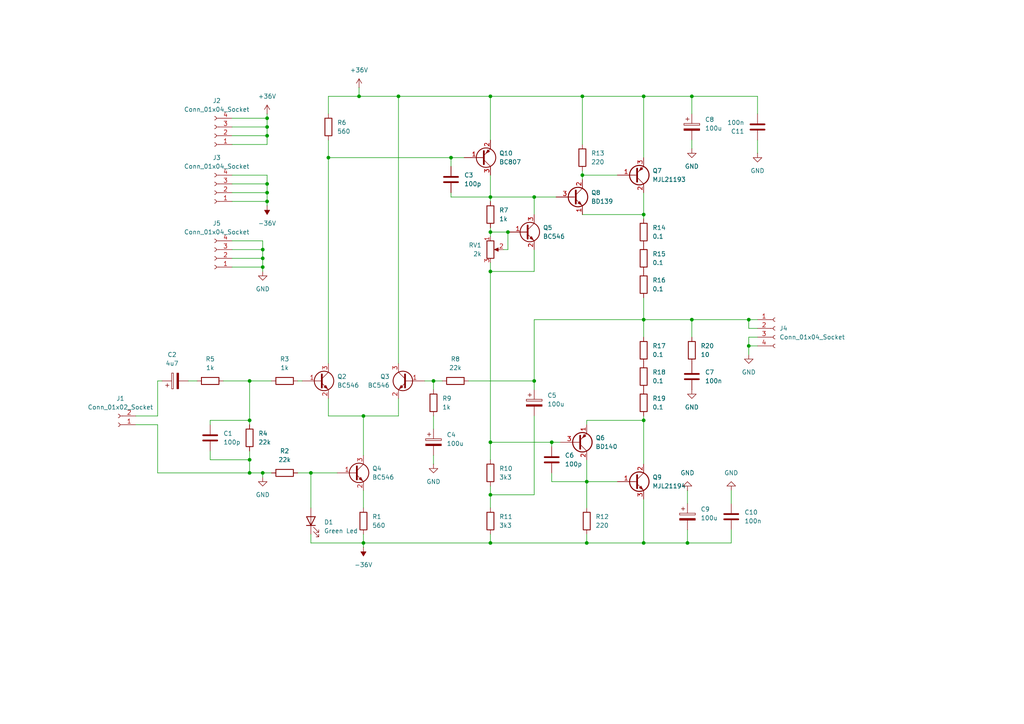
<source format=kicad_sch>
(kicad_sch
	(version 20231120)
	(generator "eeschema")
	(generator_version "8.0")
	(uuid "e3cc52cb-f6c3-445a-bfab-7eb22d18f841")
	(paper "A4")
	(lib_symbols
		(symbol "Connector:Conn_01x02_Socket"
			(pin_names
				(offset 1.016) hide)
			(exclude_from_sim no)
			(in_bom yes)
			(on_board yes)
			(property "Reference" "J"
				(at 0 2.54 0)
				(effects
					(font
						(size 1.27 1.27)
					)
				)
			)
			(property "Value" "Conn_01x02_Socket"
				(at 0 -5.08 0)
				(effects
					(font
						(size 1.27 1.27)
					)
				)
			)
			(property "Footprint" ""
				(at 0 0 0)
				(effects
					(font
						(size 1.27 1.27)
					)
					(hide yes)
				)
			)
			(property "Datasheet" "~"
				(at 0 0 0)
				(effects
					(font
						(size 1.27 1.27)
					)
					(hide yes)
				)
			)
			(property "Description" "Generic connector, single row, 01x02, script generated"
				(at 0 0 0)
				(effects
					(font
						(size 1.27 1.27)
					)
					(hide yes)
				)
			)
			(property "ki_locked" ""
				(at 0 0 0)
				(effects
					(font
						(size 1.27 1.27)
					)
				)
			)
			(property "ki_keywords" "connector"
				(at 0 0 0)
				(effects
					(font
						(size 1.27 1.27)
					)
					(hide yes)
				)
			)
			(property "ki_fp_filters" "Connector*:*_1x??_*"
				(at 0 0 0)
				(effects
					(font
						(size 1.27 1.27)
					)
					(hide yes)
				)
			)
			(symbol "Conn_01x02_Socket_1_1"
				(arc
					(start 0 -2.032)
					(mid -0.5058 -2.54)
					(end 0 -3.048)
					(stroke
						(width 0.1524)
						(type default)
					)
					(fill
						(type none)
					)
				)
				(polyline
					(pts
						(xy -1.27 -2.54) (xy -0.508 -2.54)
					)
					(stroke
						(width 0.1524)
						(type default)
					)
					(fill
						(type none)
					)
				)
				(polyline
					(pts
						(xy -1.27 0) (xy -0.508 0)
					)
					(stroke
						(width 0.1524)
						(type default)
					)
					(fill
						(type none)
					)
				)
				(arc
					(start 0 0.508)
					(mid -0.5058 0)
					(end 0 -0.508)
					(stroke
						(width 0.1524)
						(type default)
					)
					(fill
						(type none)
					)
				)
				(pin passive line
					(at -5.08 0 0)
					(length 3.81)
					(name "Pin_1"
						(effects
							(font
								(size 1.27 1.27)
							)
						)
					)
					(number "1"
						(effects
							(font
								(size 1.27 1.27)
							)
						)
					)
				)
				(pin passive line
					(at -5.08 -2.54 0)
					(length 3.81)
					(name "Pin_2"
						(effects
							(font
								(size 1.27 1.27)
							)
						)
					)
					(number "2"
						(effects
							(font
								(size 1.27 1.27)
							)
						)
					)
				)
			)
		)
		(symbol "Connector:Conn_01x04_Socket"
			(pin_names
				(offset 1.016) hide)
			(exclude_from_sim no)
			(in_bom yes)
			(on_board yes)
			(property "Reference" "J"
				(at 0 5.08 0)
				(effects
					(font
						(size 1.27 1.27)
					)
				)
			)
			(property "Value" "Conn_01x04_Socket"
				(at 0 -7.62 0)
				(effects
					(font
						(size 1.27 1.27)
					)
				)
			)
			(property "Footprint" ""
				(at 0 0 0)
				(effects
					(font
						(size 1.27 1.27)
					)
					(hide yes)
				)
			)
			(property "Datasheet" "~"
				(at 0 0 0)
				(effects
					(font
						(size 1.27 1.27)
					)
					(hide yes)
				)
			)
			(property "Description" "Generic connector, single row, 01x04, script generated"
				(at 0 0 0)
				(effects
					(font
						(size 1.27 1.27)
					)
					(hide yes)
				)
			)
			(property "ki_locked" ""
				(at 0 0 0)
				(effects
					(font
						(size 1.27 1.27)
					)
				)
			)
			(property "ki_keywords" "connector"
				(at 0 0 0)
				(effects
					(font
						(size 1.27 1.27)
					)
					(hide yes)
				)
			)
			(property "ki_fp_filters" "Connector*:*_1x??_*"
				(at 0 0 0)
				(effects
					(font
						(size 1.27 1.27)
					)
					(hide yes)
				)
			)
			(symbol "Conn_01x04_Socket_1_1"
				(arc
					(start 0 -4.572)
					(mid -0.5058 -5.08)
					(end 0 -5.588)
					(stroke
						(width 0.1524)
						(type default)
					)
					(fill
						(type none)
					)
				)
				(arc
					(start 0 -2.032)
					(mid -0.5058 -2.54)
					(end 0 -3.048)
					(stroke
						(width 0.1524)
						(type default)
					)
					(fill
						(type none)
					)
				)
				(polyline
					(pts
						(xy -1.27 -5.08) (xy -0.508 -5.08)
					)
					(stroke
						(width 0.1524)
						(type default)
					)
					(fill
						(type none)
					)
				)
				(polyline
					(pts
						(xy -1.27 -2.54) (xy -0.508 -2.54)
					)
					(stroke
						(width 0.1524)
						(type default)
					)
					(fill
						(type none)
					)
				)
				(polyline
					(pts
						(xy -1.27 0) (xy -0.508 0)
					)
					(stroke
						(width 0.1524)
						(type default)
					)
					(fill
						(type none)
					)
				)
				(polyline
					(pts
						(xy -1.27 2.54) (xy -0.508 2.54)
					)
					(stroke
						(width 0.1524)
						(type default)
					)
					(fill
						(type none)
					)
				)
				(arc
					(start 0 0.508)
					(mid -0.5058 0)
					(end 0 -0.508)
					(stroke
						(width 0.1524)
						(type default)
					)
					(fill
						(type none)
					)
				)
				(arc
					(start 0 3.048)
					(mid -0.5058 2.54)
					(end 0 2.032)
					(stroke
						(width 0.1524)
						(type default)
					)
					(fill
						(type none)
					)
				)
				(pin passive line
					(at -5.08 2.54 0)
					(length 3.81)
					(name "Pin_1"
						(effects
							(font
								(size 1.27 1.27)
							)
						)
					)
					(number "1"
						(effects
							(font
								(size 1.27 1.27)
							)
						)
					)
				)
				(pin passive line
					(at -5.08 0 0)
					(length 3.81)
					(name "Pin_2"
						(effects
							(font
								(size 1.27 1.27)
							)
						)
					)
					(number "2"
						(effects
							(font
								(size 1.27 1.27)
							)
						)
					)
				)
				(pin passive line
					(at -5.08 -2.54 0)
					(length 3.81)
					(name "Pin_3"
						(effects
							(font
								(size 1.27 1.27)
							)
						)
					)
					(number "3"
						(effects
							(font
								(size 1.27 1.27)
							)
						)
					)
				)
				(pin passive line
					(at -5.08 -5.08 0)
					(length 3.81)
					(name "Pin_4"
						(effects
							(font
								(size 1.27 1.27)
							)
						)
					)
					(number "4"
						(effects
							(font
								(size 1.27 1.27)
							)
						)
					)
				)
			)
		)
		(symbol "Device:C"
			(pin_numbers hide)
			(pin_names
				(offset 0.254)
			)
			(exclude_from_sim no)
			(in_bom yes)
			(on_board yes)
			(property "Reference" "C"
				(at 0.635 2.54 0)
				(effects
					(font
						(size 1.27 1.27)
					)
					(justify left)
				)
			)
			(property "Value" "C"
				(at 0.635 -2.54 0)
				(effects
					(font
						(size 1.27 1.27)
					)
					(justify left)
				)
			)
			(property "Footprint" ""
				(at 0.9652 -3.81 0)
				(effects
					(font
						(size 1.27 1.27)
					)
					(hide yes)
				)
			)
			(property "Datasheet" "~"
				(at 0 0 0)
				(effects
					(font
						(size 1.27 1.27)
					)
					(hide yes)
				)
			)
			(property "Description" "Unpolarized capacitor"
				(at 0 0 0)
				(effects
					(font
						(size 1.27 1.27)
					)
					(hide yes)
				)
			)
			(property "ki_keywords" "cap capacitor"
				(at 0 0 0)
				(effects
					(font
						(size 1.27 1.27)
					)
					(hide yes)
				)
			)
			(property "ki_fp_filters" "C_*"
				(at 0 0 0)
				(effects
					(font
						(size 1.27 1.27)
					)
					(hide yes)
				)
			)
			(symbol "C_0_1"
				(polyline
					(pts
						(xy -2.032 -0.762) (xy 2.032 -0.762)
					)
					(stroke
						(width 0.508)
						(type default)
					)
					(fill
						(type none)
					)
				)
				(polyline
					(pts
						(xy -2.032 0.762) (xy 2.032 0.762)
					)
					(stroke
						(width 0.508)
						(type default)
					)
					(fill
						(type none)
					)
				)
			)
			(symbol "C_1_1"
				(pin passive line
					(at 0 3.81 270)
					(length 2.794)
					(name "~"
						(effects
							(font
								(size 1.27 1.27)
							)
						)
					)
					(number "1"
						(effects
							(font
								(size 1.27 1.27)
							)
						)
					)
				)
				(pin passive line
					(at 0 -3.81 90)
					(length 2.794)
					(name "~"
						(effects
							(font
								(size 1.27 1.27)
							)
						)
					)
					(number "2"
						(effects
							(font
								(size 1.27 1.27)
							)
						)
					)
				)
			)
		)
		(symbol "Device:C_Polarized"
			(pin_numbers hide)
			(pin_names
				(offset 0.254)
			)
			(exclude_from_sim no)
			(in_bom yes)
			(on_board yes)
			(property "Reference" "C"
				(at 0.635 2.54 0)
				(effects
					(font
						(size 1.27 1.27)
					)
					(justify left)
				)
			)
			(property "Value" "C_Polarized"
				(at 0.635 -2.54 0)
				(effects
					(font
						(size 1.27 1.27)
					)
					(justify left)
				)
			)
			(property "Footprint" ""
				(at 0.9652 -3.81 0)
				(effects
					(font
						(size 1.27 1.27)
					)
					(hide yes)
				)
			)
			(property "Datasheet" "~"
				(at 0 0 0)
				(effects
					(font
						(size 1.27 1.27)
					)
					(hide yes)
				)
			)
			(property "Description" "Polarized capacitor"
				(at 0 0 0)
				(effects
					(font
						(size 1.27 1.27)
					)
					(hide yes)
				)
			)
			(property "ki_keywords" "cap capacitor"
				(at 0 0 0)
				(effects
					(font
						(size 1.27 1.27)
					)
					(hide yes)
				)
			)
			(property "ki_fp_filters" "CP_*"
				(at 0 0 0)
				(effects
					(font
						(size 1.27 1.27)
					)
					(hide yes)
				)
			)
			(symbol "C_Polarized_0_1"
				(rectangle
					(start -2.286 0.508)
					(end 2.286 1.016)
					(stroke
						(width 0)
						(type default)
					)
					(fill
						(type none)
					)
				)
				(polyline
					(pts
						(xy -1.778 2.286) (xy -0.762 2.286)
					)
					(stroke
						(width 0)
						(type default)
					)
					(fill
						(type none)
					)
				)
				(polyline
					(pts
						(xy -1.27 2.794) (xy -1.27 1.778)
					)
					(stroke
						(width 0)
						(type default)
					)
					(fill
						(type none)
					)
				)
				(rectangle
					(start 2.286 -0.508)
					(end -2.286 -1.016)
					(stroke
						(width 0)
						(type default)
					)
					(fill
						(type outline)
					)
				)
			)
			(symbol "C_Polarized_1_1"
				(pin passive line
					(at 0 3.81 270)
					(length 2.794)
					(name "~"
						(effects
							(font
								(size 1.27 1.27)
							)
						)
					)
					(number "1"
						(effects
							(font
								(size 1.27 1.27)
							)
						)
					)
				)
				(pin passive line
					(at 0 -3.81 90)
					(length 2.794)
					(name "~"
						(effects
							(font
								(size 1.27 1.27)
							)
						)
					)
					(number "2"
						(effects
							(font
								(size 1.27 1.27)
							)
						)
					)
				)
			)
		)
		(symbol "Device:LED"
			(pin_numbers hide)
			(pin_names
				(offset 1.016) hide)
			(exclude_from_sim no)
			(in_bom yes)
			(on_board yes)
			(property "Reference" "D"
				(at 0 2.54 0)
				(effects
					(font
						(size 1.27 1.27)
					)
				)
			)
			(property "Value" "LED"
				(at 0 -2.54 0)
				(effects
					(font
						(size 1.27 1.27)
					)
				)
			)
			(property "Footprint" ""
				(at 0 0 0)
				(effects
					(font
						(size 1.27 1.27)
					)
					(hide yes)
				)
			)
			(property "Datasheet" "~"
				(at 0 0 0)
				(effects
					(font
						(size 1.27 1.27)
					)
					(hide yes)
				)
			)
			(property "Description" "Light emitting diode"
				(at 0 0 0)
				(effects
					(font
						(size 1.27 1.27)
					)
					(hide yes)
				)
			)
			(property "ki_keywords" "LED diode"
				(at 0 0 0)
				(effects
					(font
						(size 1.27 1.27)
					)
					(hide yes)
				)
			)
			(property "ki_fp_filters" "LED* LED_SMD:* LED_THT:*"
				(at 0 0 0)
				(effects
					(font
						(size 1.27 1.27)
					)
					(hide yes)
				)
			)
			(symbol "LED_0_1"
				(polyline
					(pts
						(xy -1.27 -1.27) (xy -1.27 1.27)
					)
					(stroke
						(width 0.254)
						(type default)
					)
					(fill
						(type none)
					)
				)
				(polyline
					(pts
						(xy -1.27 0) (xy 1.27 0)
					)
					(stroke
						(width 0)
						(type default)
					)
					(fill
						(type none)
					)
				)
				(polyline
					(pts
						(xy 1.27 -1.27) (xy 1.27 1.27) (xy -1.27 0) (xy 1.27 -1.27)
					)
					(stroke
						(width 0.254)
						(type default)
					)
					(fill
						(type none)
					)
				)
				(polyline
					(pts
						(xy -3.048 -0.762) (xy -4.572 -2.286) (xy -3.81 -2.286) (xy -4.572 -2.286) (xy -4.572 -1.524)
					)
					(stroke
						(width 0)
						(type default)
					)
					(fill
						(type none)
					)
				)
				(polyline
					(pts
						(xy -1.778 -0.762) (xy -3.302 -2.286) (xy -2.54 -2.286) (xy -3.302 -2.286) (xy -3.302 -1.524)
					)
					(stroke
						(width 0)
						(type default)
					)
					(fill
						(type none)
					)
				)
			)
			(symbol "LED_1_1"
				(pin passive line
					(at -3.81 0 0)
					(length 2.54)
					(name "K"
						(effects
							(font
								(size 1.27 1.27)
							)
						)
					)
					(number "1"
						(effects
							(font
								(size 1.27 1.27)
							)
						)
					)
				)
				(pin passive line
					(at 3.81 0 180)
					(length 2.54)
					(name "A"
						(effects
							(font
								(size 1.27 1.27)
							)
						)
					)
					(number "2"
						(effects
							(font
								(size 1.27 1.27)
							)
						)
					)
				)
			)
		)
		(symbol "Device:R"
			(pin_numbers hide)
			(pin_names
				(offset 0)
			)
			(exclude_from_sim no)
			(in_bom yes)
			(on_board yes)
			(property "Reference" "R"
				(at 2.032 0 90)
				(effects
					(font
						(size 1.27 1.27)
					)
				)
			)
			(property "Value" "R"
				(at 0 0 90)
				(effects
					(font
						(size 1.27 1.27)
					)
				)
			)
			(property "Footprint" ""
				(at -1.778 0 90)
				(effects
					(font
						(size 1.27 1.27)
					)
					(hide yes)
				)
			)
			(property "Datasheet" "~"
				(at 0 0 0)
				(effects
					(font
						(size 1.27 1.27)
					)
					(hide yes)
				)
			)
			(property "Description" "Resistor"
				(at 0 0 0)
				(effects
					(font
						(size 1.27 1.27)
					)
					(hide yes)
				)
			)
			(property "ki_keywords" "R res resistor"
				(at 0 0 0)
				(effects
					(font
						(size 1.27 1.27)
					)
					(hide yes)
				)
			)
			(property "ki_fp_filters" "R_*"
				(at 0 0 0)
				(effects
					(font
						(size 1.27 1.27)
					)
					(hide yes)
				)
			)
			(symbol "R_0_1"
				(rectangle
					(start -1.016 -2.54)
					(end 1.016 2.54)
					(stroke
						(width 0.254)
						(type default)
					)
					(fill
						(type none)
					)
				)
			)
			(symbol "R_1_1"
				(pin passive line
					(at 0 3.81 270)
					(length 1.27)
					(name "~"
						(effects
							(font
								(size 1.27 1.27)
							)
						)
					)
					(number "1"
						(effects
							(font
								(size 1.27 1.27)
							)
						)
					)
				)
				(pin passive line
					(at 0 -3.81 90)
					(length 1.27)
					(name "~"
						(effects
							(font
								(size 1.27 1.27)
							)
						)
					)
					(number "2"
						(effects
							(font
								(size 1.27 1.27)
							)
						)
					)
				)
			)
		)
		(symbol "Device:R_Potentiometer"
			(pin_names
				(offset 1.016) hide)
			(exclude_from_sim no)
			(in_bom yes)
			(on_board yes)
			(property "Reference" "RV"
				(at -4.445 0 90)
				(effects
					(font
						(size 1.27 1.27)
					)
				)
			)
			(property "Value" "R_Potentiometer"
				(at -2.54 0 90)
				(effects
					(font
						(size 1.27 1.27)
					)
				)
			)
			(property "Footprint" ""
				(at 0 0 0)
				(effects
					(font
						(size 1.27 1.27)
					)
					(hide yes)
				)
			)
			(property "Datasheet" "~"
				(at 0 0 0)
				(effects
					(font
						(size 1.27 1.27)
					)
					(hide yes)
				)
			)
			(property "Description" "Potentiometer"
				(at 0 0 0)
				(effects
					(font
						(size 1.27 1.27)
					)
					(hide yes)
				)
			)
			(property "ki_keywords" "resistor variable"
				(at 0 0 0)
				(effects
					(font
						(size 1.27 1.27)
					)
					(hide yes)
				)
			)
			(property "ki_fp_filters" "Potentiometer*"
				(at 0 0 0)
				(effects
					(font
						(size 1.27 1.27)
					)
					(hide yes)
				)
			)
			(symbol "R_Potentiometer_0_1"
				(polyline
					(pts
						(xy 2.54 0) (xy 1.524 0)
					)
					(stroke
						(width 0)
						(type default)
					)
					(fill
						(type none)
					)
				)
				(polyline
					(pts
						(xy 1.143 0) (xy 2.286 0.508) (xy 2.286 -0.508) (xy 1.143 0)
					)
					(stroke
						(width 0)
						(type default)
					)
					(fill
						(type outline)
					)
				)
				(rectangle
					(start 1.016 2.54)
					(end -1.016 -2.54)
					(stroke
						(width 0.254)
						(type default)
					)
					(fill
						(type none)
					)
				)
			)
			(symbol "R_Potentiometer_1_1"
				(pin passive line
					(at 0 3.81 270)
					(length 1.27)
					(name "1"
						(effects
							(font
								(size 1.27 1.27)
							)
						)
					)
					(number "1"
						(effects
							(font
								(size 1.27 1.27)
							)
						)
					)
				)
				(pin passive line
					(at 3.81 0 180)
					(length 1.27)
					(name "2"
						(effects
							(font
								(size 1.27 1.27)
							)
						)
					)
					(number "2"
						(effects
							(font
								(size 1.27 1.27)
							)
						)
					)
				)
				(pin passive line
					(at 0 -3.81 90)
					(length 1.27)
					(name "3"
						(effects
							(font
								(size 1.27 1.27)
							)
						)
					)
					(number "3"
						(effects
							(font
								(size 1.27 1.27)
							)
						)
					)
				)
			)
		)
		(symbol "Transistor_BJT:BC807"
			(pin_names
				(offset 0) hide)
			(exclude_from_sim no)
			(in_bom yes)
			(on_board yes)
			(property "Reference" "Q"
				(at 5.08 1.905 0)
				(effects
					(font
						(size 1.27 1.27)
					)
					(justify left)
				)
			)
			(property "Value" "BC807"
				(at 5.08 0 0)
				(effects
					(font
						(size 1.27 1.27)
					)
					(justify left)
				)
			)
			(property "Footprint" "Package_TO_SOT_SMD:SOT-23"
				(at 5.08 -1.905 0)
				(effects
					(font
						(size 1.27 1.27)
						(italic yes)
					)
					(justify left)
					(hide yes)
				)
			)
			(property "Datasheet" "https://www.onsemi.com/pub/Collateral/BC808-D.pdf"
				(at 0 0 0)
				(effects
					(font
						(size 1.27 1.27)
					)
					(justify left)
					(hide yes)
				)
			)
			(property "Description" "0.8A Ic, 45V Vce, PNP Transistor, SOT-23"
				(at 0 0 0)
				(effects
					(font
						(size 1.27 1.27)
					)
					(hide yes)
				)
			)
			(property "ki_keywords" "PNP Transistor"
				(at 0 0 0)
				(effects
					(font
						(size 1.27 1.27)
					)
					(hide yes)
				)
			)
			(property "ki_fp_filters" "SOT?23*"
				(at 0 0 0)
				(effects
					(font
						(size 1.27 1.27)
					)
					(hide yes)
				)
			)
			(symbol "BC807_0_1"
				(polyline
					(pts
						(xy 0.635 0.635) (xy 2.54 2.54)
					)
					(stroke
						(width 0)
						(type default)
					)
					(fill
						(type none)
					)
				)
				(polyline
					(pts
						(xy 0.635 -0.635) (xy 2.54 -2.54) (xy 2.54 -2.54)
					)
					(stroke
						(width 0)
						(type default)
					)
					(fill
						(type none)
					)
				)
				(polyline
					(pts
						(xy 0.635 1.905) (xy 0.635 -1.905) (xy 0.635 -1.905)
					)
					(stroke
						(width 0.508)
						(type default)
					)
					(fill
						(type none)
					)
				)
				(polyline
					(pts
						(xy 2.286 -1.778) (xy 1.778 -2.286) (xy 1.27 -1.27) (xy 2.286 -1.778) (xy 2.286 -1.778)
					)
					(stroke
						(width 0)
						(type default)
					)
					(fill
						(type outline)
					)
				)
				(circle
					(center 1.27 0)
					(radius 2.8194)
					(stroke
						(width 0.254)
						(type default)
					)
					(fill
						(type none)
					)
				)
			)
			(symbol "BC807_1_1"
				(pin input line
					(at -5.08 0 0)
					(length 5.715)
					(name "B"
						(effects
							(font
								(size 1.27 1.27)
							)
						)
					)
					(number "1"
						(effects
							(font
								(size 1.27 1.27)
							)
						)
					)
				)
				(pin passive line
					(at 2.54 -5.08 90)
					(length 2.54)
					(name "E"
						(effects
							(font
								(size 1.27 1.27)
							)
						)
					)
					(number "2"
						(effects
							(font
								(size 1.27 1.27)
							)
						)
					)
				)
				(pin passive line
					(at 2.54 5.08 270)
					(length 2.54)
					(name "C"
						(effects
							(font
								(size 1.27 1.27)
							)
						)
					)
					(number "3"
						(effects
							(font
								(size 1.27 1.27)
							)
						)
					)
				)
			)
		)
		(symbol "Transistor_BJT:BC817"
			(pin_names
				(offset 0) hide)
			(exclude_from_sim no)
			(in_bom yes)
			(on_board yes)
			(property "Reference" "Q"
				(at 5.08 1.905 0)
				(effects
					(font
						(size 1.27 1.27)
					)
					(justify left)
				)
			)
			(property "Value" "BC817"
				(at 5.08 0 0)
				(effects
					(font
						(size 1.27 1.27)
					)
					(justify left)
				)
			)
			(property "Footprint" "Package_TO_SOT_SMD:SOT-23"
				(at 5.08 -1.905 0)
				(effects
					(font
						(size 1.27 1.27)
						(italic yes)
					)
					(justify left)
					(hide yes)
				)
			)
			(property "Datasheet" "https://www.onsemi.com/pub/Collateral/BC818-D.pdf"
				(at 0 0 0)
				(effects
					(font
						(size 1.27 1.27)
					)
					(justify left)
					(hide yes)
				)
			)
			(property "Description" "0.8A Ic, 45V Vce, NPN Transistor, SOT-23"
				(at 0 0 0)
				(effects
					(font
						(size 1.27 1.27)
					)
					(hide yes)
				)
			)
			(property "ki_keywords" "NPN Transistor"
				(at 0 0 0)
				(effects
					(font
						(size 1.27 1.27)
					)
					(hide yes)
				)
			)
			(property "ki_fp_filters" "SOT?23*"
				(at 0 0 0)
				(effects
					(font
						(size 1.27 1.27)
					)
					(hide yes)
				)
			)
			(symbol "BC817_0_1"
				(polyline
					(pts
						(xy 0.635 0.635) (xy 2.54 2.54)
					)
					(stroke
						(width 0)
						(type default)
					)
					(fill
						(type none)
					)
				)
				(polyline
					(pts
						(xy 0.635 -0.635) (xy 2.54 -2.54) (xy 2.54 -2.54)
					)
					(stroke
						(width 0)
						(type default)
					)
					(fill
						(type none)
					)
				)
				(polyline
					(pts
						(xy 0.635 1.905) (xy 0.635 -1.905) (xy 0.635 -1.905)
					)
					(stroke
						(width 0.508)
						(type default)
					)
					(fill
						(type none)
					)
				)
				(polyline
					(pts
						(xy 1.27 -1.778) (xy 1.778 -1.27) (xy 2.286 -2.286) (xy 1.27 -1.778) (xy 1.27 -1.778)
					)
					(stroke
						(width 0)
						(type default)
					)
					(fill
						(type outline)
					)
				)
				(circle
					(center 1.27 0)
					(radius 2.8194)
					(stroke
						(width 0.254)
						(type default)
					)
					(fill
						(type none)
					)
				)
			)
			(symbol "BC817_1_1"
				(pin input line
					(at -5.08 0 0)
					(length 5.715)
					(name "B"
						(effects
							(font
								(size 1.27 1.27)
							)
						)
					)
					(number "1"
						(effects
							(font
								(size 1.27 1.27)
							)
						)
					)
				)
				(pin passive line
					(at 2.54 -5.08 90)
					(length 2.54)
					(name "E"
						(effects
							(font
								(size 1.27 1.27)
							)
						)
					)
					(number "2"
						(effects
							(font
								(size 1.27 1.27)
							)
						)
					)
				)
				(pin passive line
					(at 2.54 5.08 270)
					(length 2.54)
					(name "C"
						(effects
							(font
								(size 1.27 1.27)
							)
						)
					)
					(number "3"
						(effects
							(font
								(size 1.27 1.27)
							)
						)
					)
				)
			)
		)
		(symbol "Transistor_BJT:BD139"
			(pin_names
				(offset 0) hide)
			(exclude_from_sim no)
			(in_bom yes)
			(on_board yes)
			(property "Reference" "Q"
				(at 5.08 1.905 0)
				(effects
					(font
						(size 1.27 1.27)
					)
					(justify left)
				)
			)
			(property "Value" "BD139"
				(at 5.08 0 0)
				(effects
					(font
						(size 1.27 1.27)
					)
					(justify left)
				)
			)
			(property "Footprint" "Package_TO_SOT_THT:TO-126-3_Vertical"
				(at 5.08 -1.905 0)
				(effects
					(font
						(size 1.27 1.27)
						(italic yes)
					)
					(justify left)
					(hide yes)
				)
			)
			(property "Datasheet" "http://www.st.com/internet/com/TECHNICAL_RESOURCES/TECHNICAL_LITERATURE/DATASHEET/CD00001225.pdf"
				(at 0 0 0)
				(effects
					(font
						(size 1.27 1.27)
					)
					(justify left)
					(hide yes)
				)
			)
			(property "Description" "1.5A Ic, 80V Vce, Low Voltage Transistor, TO-126"
				(at 0 0 0)
				(effects
					(font
						(size 1.27 1.27)
					)
					(hide yes)
				)
			)
			(property "ki_keywords" "Low Voltage Transistor"
				(at 0 0 0)
				(effects
					(font
						(size 1.27 1.27)
					)
					(hide yes)
				)
			)
			(property "ki_fp_filters" "TO?126*"
				(at 0 0 0)
				(effects
					(font
						(size 1.27 1.27)
					)
					(hide yes)
				)
			)
			(symbol "BD139_0_1"
				(polyline
					(pts
						(xy 0 0) (xy 0.635 0)
					)
					(stroke
						(width 0)
						(type default)
					)
					(fill
						(type none)
					)
				)
				(polyline
					(pts
						(xy 2.54 -2.54) (xy 0.635 -0.635)
					)
					(stroke
						(width 0)
						(type default)
					)
					(fill
						(type none)
					)
				)
				(polyline
					(pts
						(xy 2.54 2.54) (xy 0.635 0.635)
					)
					(stroke
						(width 0)
						(type default)
					)
					(fill
						(type none)
					)
				)
				(polyline
					(pts
						(xy 0.635 1.905) (xy 0.635 -1.905) (xy 0.635 -1.905)
					)
					(stroke
						(width 0.508)
						(type default)
					)
					(fill
						(type outline)
					)
				)
				(polyline
					(pts
						(xy 1.2446 -1.778) (xy 1.7526 -1.27) (xy 2.286 -2.286) (xy 1.2446 -1.778) (xy 1.2446 -1.778)
					)
					(stroke
						(width 0)
						(type default)
					)
					(fill
						(type outline)
					)
				)
				(circle
					(center 1.27 0)
					(radius 2.8194)
					(stroke
						(width 0.3048)
						(type default)
					)
					(fill
						(type none)
					)
				)
			)
			(symbol "BD139_1_1"
				(pin passive line
					(at 2.54 -5.08 90)
					(length 2.54)
					(name "E"
						(effects
							(font
								(size 1.27 1.27)
							)
						)
					)
					(number "1"
						(effects
							(font
								(size 1.27 1.27)
							)
						)
					)
				)
				(pin passive line
					(at 2.54 5.08 270)
					(length 2.54)
					(name "C"
						(effects
							(font
								(size 1.27 1.27)
							)
						)
					)
					(number "2"
						(effects
							(font
								(size 1.27 1.27)
							)
						)
					)
				)
				(pin input line
					(at -5.08 0 0)
					(length 5.08)
					(name "B"
						(effects
							(font
								(size 1.27 1.27)
							)
						)
					)
					(number "3"
						(effects
							(font
								(size 1.27 1.27)
							)
						)
					)
				)
			)
		)
		(symbol "Transistor_BJT:BD140"
			(pin_names
				(offset 0) hide)
			(exclude_from_sim no)
			(in_bom yes)
			(on_board yes)
			(property "Reference" "Q"
				(at 5.08 1.905 0)
				(effects
					(font
						(size 1.27 1.27)
					)
					(justify left)
				)
			)
			(property "Value" "BD140"
				(at 5.08 0 0)
				(effects
					(font
						(size 1.27 1.27)
					)
					(justify left)
				)
			)
			(property "Footprint" "Package_TO_SOT_THT:TO-126-3_Vertical"
				(at 5.08 -1.905 0)
				(effects
					(font
						(size 1.27 1.27)
						(italic yes)
					)
					(justify left)
					(hide yes)
				)
			)
			(property "Datasheet" "http://www.st.com/internet/com/TECHNICAL_RESOURCES/TECHNICAL_LITERATURE/DATASHEET/CD00001225.pdf"
				(at 0 0 0)
				(effects
					(font
						(size 1.27 1.27)
					)
					(justify left)
					(hide yes)
				)
			)
			(property "Description" "1.5A Ic, 80V Vce, Low Voltage Transistor, TO-126"
				(at 0 0 0)
				(effects
					(font
						(size 1.27 1.27)
					)
					(hide yes)
				)
			)
			(property "ki_keywords" "Low Voltage Transistor"
				(at 0 0 0)
				(effects
					(font
						(size 1.27 1.27)
					)
					(hide yes)
				)
			)
			(property "ki_fp_filters" "TO?126*"
				(at 0 0 0)
				(effects
					(font
						(size 1.27 1.27)
					)
					(hide yes)
				)
			)
			(symbol "BD140_0_1"
				(polyline
					(pts
						(xy 0 0) (xy 0.635 0)
					)
					(stroke
						(width 0)
						(type default)
					)
					(fill
						(type none)
					)
				)
				(polyline
					(pts
						(xy 2.54 -2.54) (xy 0.635 -0.635)
					)
					(stroke
						(width 0)
						(type default)
					)
					(fill
						(type none)
					)
				)
				(polyline
					(pts
						(xy 2.54 2.54) (xy 0.635 0.635)
					)
					(stroke
						(width 0)
						(type default)
					)
					(fill
						(type none)
					)
				)
				(polyline
					(pts
						(xy 0.635 1.905) (xy 0.635 -1.905) (xy 0.635 -1.905)
					)
					(stroke
						(width 0.508)
						(type default)
					)
					(fill
						(type outline)
					)
				)
				(polyline
					(pts
						(xy 1.778 -2.286) (xy 2.286 -1.778) (xy 1.27 -1.27) (xy 1.778 -2.286) (xy 1.778 -2.286)
					)
					(stroke
						(width 0)
						(type default)
					)
					(fill
						(type outline)
					)
				)
				(circle
					(center 1.27 0)
					(radius 2.8194)
					(stroke
						(width 0.3048)
						(type default)
					)
					(fill
						(type none)
					)
				)
			)
			(symbol "BD140_1_1"
				(pin passive line
					(at 2.54 -5.08 90)
					(length 2.54)
					(name "E"
						(effects
							(font
								(size 1.27 1.27)
							)
						)
					)
					(number "1"
						(effects
							(font
								(size 1.27 1.27)
							)
						)
					)
				)
				(pin passive line
					(at 2.54 5.08 270)
					(length 2.54)
					(name "C"
						(effects
							(font
								(size 1.27 1.27)
							)
						)
					)
					(number "2"
						(effects
							(font
								(size 1.27 1.27)
							)
						)
					)
				)
				(pin input line
					(at -5.08 0 0)
					(length 5.08)
					(name "B"
						(effects
							(font
								(size 1.27 1.27)
							)
						)
					)
					(number "3"
						(effects
							(font
								(size 1.27 1.27)
							)
						)
					)
				)
			)
		)
		(symbol "Transistor_BJT:BD249"
			(pin_names
				(offset 0) hide)
			(exclude_from_sim no)
			(in_bom yes)
			(on_board yes)
			(property "Reference" "Q"
				(at 6.35 1.905 0)
				(effects
					(font
						(size 1.27 1.27)
					)
					(justify left)
				)
			)
			(property "Value" "BD249"
				(at 6.35 0 0)
				(effects
					(font
						(size 1.27 1.27)
					)
					(justify left)
				)
			)
			(property "Footprint" ""
				(at 6.35 -1.905 0)
				(effects
					(font
						(size 1.27 1.27)
						(italic yes)
					)
					(justify left)
					(hide yes)
				)
			)
			(property "Datasheet" "http://www.mospec.com.tw/pdf/power/BD249.pdf"
				(at 0 0 0)
				(effects
					(font
						(size 1.27 1.27)
					)
					(justify left)
					(hide yes)
				)
			)
			(property "Description" "25A Ic, 55V Vce, Silicon Power NPN Transistors, SOT-93/TO247"
				(at 0 0 0)
				(effects
					(font
						(size 1.27 1.27)
					)
					(hide yes)
				)
			)
			(property "ki_keywords" "Power NPN Transistor"
				(at 0 0 0)
				(effects
					(font
						(size 1.27 1.27)
					)
					(hide yes)
				)
			)
			(property "ki_fp_filters" "TO?218* TO?247*"
				(at 0 0 0)
				(effects
					(font
						(size 1.27 1.27)
					)
					(hide yes)
				)
			)
			(symbol "BD249_0_1"
				(polyline
					(pts
						(xy 0 0) (xy 0.635 0)
					)
					(stroke
						(width 0)
						(type default)
					)
					(fill
						(type none)
					)
				)
				(polyline
					(pts
						(xy 2.54 2.54) (xy 0.635 0.635)
					)
					(stroke
						(width 0)
						(type default)
					)
					(fill
						(type none)
					)
				)
				(polyline
					(pts
						(xy 0.635 1.905) (xy 0.635 -1.905) (xy 0.635 -1.905)
					)
					(stroke
						(width 0.508)
						(type default)
					)
					(fill
						(type none)
					)
				)
				(polyline
					(pts
						(xy 2.286 -2.286) (xy 1.778 -1.778) (xy 1.778 -1.778)
					)
					(stroke
						(width 0)
						(type default)
					)
					(fill
						(type none)
					)
				)
				(polyline
					(pts
						(xy 2.54 -2.54) (xy 0.635 -0.635) (xy 1.27 -1.27)
					)
					(stroke
						(width 0)
						(type default)
					)
					(fill
						(type outline)
					)
				)
				(polyline
					(pts
						(xy 1.27 -1.778) (xy 1.778 -1.27) (xy 2.286 -2.286) (xy 1.27 -1.778) (xy 1.27 -1.778)
					)
					(stroke
						(width 0)
						(type default)
					)
					(fill
						(type outline)
					)
				)
				(circle
					(center 1.27 0)
					(radius 2.8194)
					(stroke
						(width 0.3048)
						(type default)
					)
					(fill
						(type none)
					)
				)
			)
			(symbol "BD249_1_1"
				(pin input line
					(at -5.08 0 0)
					(length 5.08)
					(name "B"
						(effects
							(font
								(size 1.27 1.27)
							)
						)
					)
					(number "1"
						(effects
							(font
								(size 1.27 1.27)
							)
						)
					)
				)
				(pin passive line
					(at 2.54 5.08 270)
					(length 2.54)
					(name "C"
						(effects
							(font
								(size 1.27 1.27)
							)
						)
					)
					(number "2"
						(effects
							(font
								(size 1.27 1.27)
							)
						)
					)
				)
				(pin passive line
					(at 2.54 -5.08 90)
					(length 2.54)
					(name "E"
						(effects
							(font
								(size 1.27 1.27)
							)
						)
					)
					(number "3"
						(effects
							(font
								(size 1.27 1.27)
							)
						)
					)
				)
			)
		)
		(symbol "Transistor_BJT:BD250"
			(pin_names
				(offset 0) hide)
			(exclude_from_sim no)
			(in_bom yes)
			(on_board yes)
			(property "Reference" "Q"
				(at 5.207 1.778 0)
				(effects
					(font
						(size 1.27 1.27)
					)
					(justify left)
				)
			)
			(property "Value" "BD250"
				(at 5.207 -0.127 0)
				(effects
					(font
						(size 1.27 1.27)
					)
					(justify left)
				)
			)
			(property "Footprint" ""
				(at 5.207 -2.032 0)
				(effects
					(font
						(size 1.27 1.27)
						(italic yes)
					)
					(justify left)
					(hide yes)
				)
			)
			(property "Datasheet" "http://www.mospec.com.tw/pdf/power/BD249.pdf"
				(at 0 0 0)
				(effects
					(font
						(size 1.27 1.27)
					)
					(justify left)
					(hide yes)
				)
			)
			(property "Description" "25A Ic, 55V Vce, Silicon Power PNP Transistors, SOT-93/TO247"
				(at 0 0 0)
				(effects
					(font
						(size 1.27 1.27)
					)
					(hide yes)
				)
			)
			(property "ki_keywords" "Power PNP Transistor"
				(at 0 0 0)
				(effects
					(font
						(size 1.27 1.27)
					)
					(hide yes)
				)
			)
			(property "ki_fp_filters" "TO?218* TO?247*"
				(at 0 0 0)
				(effects
					(font
						(size 1.27 1.27)
					)
					(hide yes)
				)
			)
			(symbol "BD250_0_1"
				(polyline
					(pts
						(xy 0 0) (xy 0.635 0)
					)
					(stroke
						(width 0)
						(type default)
					)
					(fill
						(type none)
					)
				)
				(polyline
					(pts
						(xy 2.54 2.54) (xy 0.635 0.635)
					)
					(stroke
						(width 0)
						(type default)
					)
					(fill
						(type none)
					)
				)
				(polyline
					(pts
						(xy 0.635 -0.635) (xy 2.54 -2.54) (xy 2.54 -2.54)
					)
					(stroke
						(width 0)
						(type default)
					)
					(fill
						(type none)
					)
				)
				(polyline
					(pts
						(xy 0.635 1.905) (xy 0.635 -1.905) (xy 0.635 -1.905)
					)
					(stroke
						(width 0.508)
						(type default)
					)
					(fill
						(type none)
					)
				)
				(polyline
					(pts
						(xy 1.778 -2.286) (xy 2.286 -1.778) (xy 1.27 -1.27) (xy 1.778 -2.286) (xy 1.778 -2.286)
					)
					(stroke
						(width 0)
						(type default)
					)
					(fill
						(type outline)
					)
				)
				(circle
					(center 1.27 0)
					(radius 2.8194)
					(stroke
						(width 0.3048)
						(type default)
					)
					(fill
						(type none)
					)
				)
			)
			(symbol "BD250_1_1"
				(pin input line
					(at -5.08 0 0)
					(length 5.08)
					(name "B"
						(effects
							(font
								(size 1.27 1.27)
							)
						)
					)
					(number "1"
						(effects
							(font
								(size 1.27 1.27)
							)
						)
					)
				)
				(pin passive line
					(at 2.54 5.08 270)
					(length 2.54)
					(name "C"
						(effects
							(font
								(size 1.27 1.27)
							)
						)
					)
					(number "2"
						(effects
							(font
								(size 1.27 1.27)
							)
						)
					)
				)
				(pin passive line
					(at 2.54 -5.08 90)
					(length 2.54)
					(name "E"
						(effects
							(font
								(size 1.27 1.27)
							)
						)
					)
					(number "3"
						(effects
							(font
								(size 1.27 1.27)
							)
						)
					)
				)
			)
		)
		(symbol "power:+36V"
			(power)
			(pin_numbers hide)
			(pin_names
				(offset 0) hide)
			(exclude_from_sim no)
			(in_bom yes)
			(on_board yes)
			(property "Reference" "#PWR"
				(at 0 -3.81 0)
				(effects
					(font
						(size 1.27 1.27)
					)
					(hide yes)
				)
			)
			(property "Value" "+36V"
				(at 0 3.556 0)
				(effects
					(font
						(size 1.27 1.27)
					)
				)
			)
			(property "Footprint" ""
				(at 0 0 0)
				(effects
					(font
						(size 1.27 1.27)
					)
					(hide yes)
				)
			)
			(property "Datasheet" ""
				(at 0 0 0)
				(effects
					(font
						(size 1.27 1.27)
					)
					(hide yes)
				)
			)
			(property "Description" "Power symbol creates a global label with name \"+36V\""
				(at 0 0 0)
				(effects
					(font
						(size 1.27 1.27)
					)
					(hide yes)
				)
			)
			(property "ki_keywords" "global power"
				(at 0 0 0)
				(effects
					(font
						(size 1.27 1.27)
					)
					(hide yes)
				)
			)
			(symbol "+36V_0_1"
				(polyline
					(pts
						(xy -0.762 1.27) (xy 0 2.54)
					)
					(stroke
						(width 0)
						(type default)
					)
					(fill
						(type none)
					)
				)
				(polyline
					(pts
						(xy 0 0) (xy 0 2.54)
					)
					(stroke
						(width 0)
						(type default)
					)
					(fill
						(type none)
					)
				)
				(polyline
					(pts
						(xy 0 2.54) (xy 0.762 1.27)
					)
					(stroke
						(width 0)
						(type default)
					)
					(fill
						(type none)
					)
				)
			)
			(symbol "+36V_1_1"
				(pin power_in line
					(at 0 0 90)
					(length 0)
					(name "~"
						(effects
							(font
								(size 1.27 1.27)
							)
						)
					)
					(number "1"
						(effects
							(font
								(size 1.27 1.27)
							)
						)
					)
				)
			)
		)
		(symbol "power:-36V"
			(power)
			(pin_numbers hide)
			(pin_names
				(offset 0) hide)
			(exclude_from_sim no)
			(in_bom yes)
			(on_board yes)
			(property "Reference" "#PWR"
				(at 0 -3.81 0)
				(effects
					(font
						(size 1.27 1.27)
					)
					(hide yes)
				)
			)
			(property "Value" "-36V"
				(at 0 3.556 0)
				(effects
					(font
						(size 1.27 1.27)
					)
				)
			)
			(property "Footprint" ""
				(at 0 0 0)
				(effects
					(font
						(size 1.27 1.27)
					)
					(hide yes)
				)
			)
			(property "Datasheet" ""
				(at 0 0 0)
				(effects
					(font
						(size 1.27 1.27)
					)
					(hide yes)
				)
			)
			(property "Description" "Power symbol creates a global label with name \"-36V\""
				(at 0 0 0)
				(effects
					(font
						(size 1.27 1.27)
					)
					(hide yes)
				)
			)
			(property "ki_keywords" "global power"
				(at 0 0 0)
				(effects
					(font
						(size 1.27 1.27)
					)
					(hide yes)
				)
			)
			(symbol "-36V_0_0"
				(pin power_in line
					(at 0 0 90)
					(length 0)
					(name "~"
						(effects
							(font
								(size 1.27 1.27)
							)
						)
					)
					(number "1"
						(effects
							(font
								(size 1.27 1.27)
							)
						)
					)
				)
			)
			(symbol "-36V_0_1"
				(polyline
					(pts
						(xy 0 0) (xy 0 1.27) (xy 0.762 1.27) (xy 0 2.54) (xy -0.762 1.27) (xy 0 1.27)
					)
					(stroke
						(width 0)
						(type default)
					)
					(fill
						(type outline)
					)
				)
			)
		)
		(symbol "power:GND"
			(power)
			(pin_numbers hide)
			(pin_names
				(offset 0) hide)
			(exclude_from_sim no)
			(in_bom yes)
			(on_board yes)
			(property "Reference" "#PWR"
				(at 0 -6.35 0)
				(effects
					(font
						(size 1.27 1.27)
					)
					(hide yes)
				)
			)
			(property "Value" "GND"
				(at 0 -3.81 0)
				(effects
					(font
						(size 1.27 1.27)
					)
				)
			)
			(property "Footprint" ""
				(at 0 0 0)
				(effects
					(font
						(size 1.27 1.27)
					)
					(hide yes)
				)
			)
			(property "Datasheet" ""
				(at 0 0 0)
				(effects
					(font
						(size 1.27 1.27)
					)
					(hide yes)
				)
			)
			(property "Description" "Power symbol creates a global label with name \"GND\" , ground"
				(at 0 0 0)
				(effects
					(font
						(size 1.27 1.27)
					)
					(hide yes)
				)
			)
			(property "ki_keywords" "global power"
				(at 0 0 0)
				(effects
					(font
						(size 1.27 1.27)
					)
					(hide yes)
				)
			)
			(symbol "GND_0_1"
				(polyline
					(pts
						(xy 0 0) (xy 0 -1.27) (xy 1.27 -1.27) (xy 0 -2.54) (xy -1.27 -1.27) (xy 0 -1.27)
					)
					(stroke
						(width 0)
						(type default)
					)
					(fill
						(type none)
					)
				)
			)
			(symbol "GND_1_1"
				(pin power_in line
					(at 0 0 270)
					(length 0)
					(name "~"
						(effects
							(font
								(size 1.27 1.27)
							)
						)
					)
					(number "1"
						(effects
							(font
								(size 1.27 1.27)
							)
						)
					)
				)
			)
		)
	)
	(junction
		(at 77.47 55.88)
		(diameter 0)
		(color 0 0 0 0)
		(uuid "05a5bd2d-9476-40b8-a869-d6fe60023767")
	)
	(junction
		(at 142.24 67.31)
		(diameter 0)
		(color 0 0 0 0)
		(uuid "0a5242b3-2049-462a-8d44-1ee5924f0d6c")
	)
	(junction
		(at 90.17 137.16)
		(diameter 0)
		(color 0 0 0 0)
		(uuid "0dc0c6b8-e70e-486c-b4ed-e11524d0acc8")
	)
	(junction
		(at 200.66 92.71)
		(diameter 0)
		(color 0 0 0 0)
		(uuid "0dc82d37-fe0a-4be4-a8a1-f1ab9722451c")
	)
	(junction
		(at 76.2 72.39)
		(diameter 0)
		(color 0 0 0 0)
		(uuid "147b77c1-61b6-410e-8c91-d5934491a5c5")
	)
	(junction
		(at 105.41 157.48)
		(diameter 0)
		(color 0 0 0 0)
		(uuid "1c9c936f-1b16-4312-899b-e8ad721a2eb0")
	)
	(junction
		(at 77.47 34.29)
		(diameter 0)
		(color 0 0 0 0)
		(uuid "1d389c4a-5712-42e8-abe4-967f211f2c7f")
	)
	(junction
		(at 72.39 110.49)
		(diameter 0)
		(color 0 0 0 0)
		(uuid "1ea9f27c-6fd0-445c-8760-e08889d1c3e9")
	)
	(junction
		(at 217.17 92.71)
		(diameter 0)
		(color 0 0 0 0)
		(uuid "215ae01f-edce-4c07-b32a-32928105b126")
	)
	(junction
		(at 186.69 157.48)
		(diameter 0)
		(color 0 0 0 0)
		(uuid "21d92e1a-4a4a-4f11-86a4-cd01f6a0c14f")
	)
	(junction
		(at 147.32 67.31)
		(diameter 0)
		(color 0 0 0 0)
		(uuid "228c36f9-ccba-462b-b07d-4be3248aa24c")
	)
	(junction
		(at 72.39 121.92)
		(diameter 0)
		(color 0 0 0 0)
		(uuid "2625a31e-9dfd-4859-809d-888aded8186d")
	)
	(junction
		(at 76.2 137.16)
		(diameter 0)
		(color 0 0 0 0)
		(uuid "2e37666b-558b-4abc-a46b-644dabfd61ba")
	)
	(junction
		(at 125.73 110.49)
		(diameter 0)
		(color 0 0 0 0)
		(uuid "2e400820-1e9b-4388-940e-87fcc9d5a82f")
	)
	(junction
		(at 105.41 120.65)
		(diameter 0)
		(color 0 0 0 0)
		(uuid "319dfdec-ee1c-4518-a047-b1f7475cdd32")
	)
	(junction
		(at 217.17 100.33)
		(diameter 0)
		(color 0 0 0 0)
		(uuid "35e6d0fa-570c-4a0e-8a90-a90f9838c6a6")
	)
	(junction
		(at 154.94 57.15)
		(diameter 0)
		(color 0 0 0 0)
		(uuid "3a07ba53-29b7-43f2-b2ba-8836e5f141aa")
	)
	(junction
		(at 142.24 27.94)
		(diameter 0)
		(color 0 0 0 0)
		(uuid "3d78a46e-652a-4c0c-94a6-ab96690de470")
	)
	(junction
		(at 142.24 57.15)
		(diameter 0)
		(color 0 0 0 0)
		(uuid "434bc309-efe2-4194-9713-4a9ca738f9d0")
	)
	(junction
		(at 77.47 36.83)
		(diameter 0)
		(color 0 0 0 0)
		(uuid "4664c250-6b0f-47f1-9edc-d09764a9bcfa")
	)
	(junction
		(at 154.94 110.49)
		(diameter 0)
		(color 0 0 0 0)
		(uuid "4a228728-dd09-4067-b883-bfd30c39d895")
	)
	(junction
		(at 170.18 139.7)
		(diameter 0)
		(color 0 0 0 0)
		(uuid "58577720-3c78-4ee2-9b25-e45539e169f9")
	)
	(junction
		(at 72.39 137.16)
		(diameter 0)
		(color 0 0 0 0)
		(uuid "6486b6ca-1dd2-40ec-ad3f-47309fd4cd21")
	)
	(junction
		(at 142.24 78.74)
		(diameter 0)
		(color 0 0 0 0)
		(uuid "69db3b33-ff4f-475c-9c78-f34d1d9ac4ae")
	)
	(junction
		(at 168.91 50.8)
		(diameter 0)
		(color 0 0 0 0)
		(uuid "6e425d6f-bc88-46a6-a675-d3c61933f879")
	)
	(junction
		(at 186.69 27.94)
		(diameter 0)
		(color 0 0 0 0)
		(uuid "705f1e46-1697-46c7-bc8c-f1ccce6f66de")
	)
	(junction
		(at 186.69 121.92)
		(diameter 0)
		(color 0 0 0 0)
		(uuid "7d29d382-4961-4838-9486-02844faeaf26")
	)
	(junction
		(at 76.2 74.93)
		(diameter 0)
		(color 0 0 0 0)
		(uuid "7e0c8785-602c-46b6-a1e6-a136dd113d70")
	)
	(junction
		(at 77.47 58.42)
		(diameter 0)
		(color 0 0 0 0)
		(uuid "8232d3a7-edf6-4c8a-945a-73709f0b6f16")
	)
	(junction
		(at 142.24 128.27)
		(diameter 0)
		(color 0 0 0 0)
		(uuid "841c784c-fe90-4376-a331-441e272e3c99")
	)
	(junction
		(at 95.25 45.72)
		(diameter 0)
		(color 0 0 0 0)
		(uuid "86dedd21-c57a-4bec-bb45-26e7af4e57c9")
	)
	(junction
		(at 77.47 39.37)
		(diameter 0)
		(color 0 0 0 0)
		(uuid "8cd1b8bd-a4f3-4db6-bf6b-31af7fa82593")
	)
	(junction
		(at 115.57 27.94)
		(diameter 0)
		(color 0 0 0 0)
		(uuid "96c525a5-ac6f-42d3-9371-48f8b95e82d6")
	)
	(junction
		(at 186.69 92.71)
		(diameter 0)
		(color 0 0 0 0)
		(uuid "99499c08-0ee6-424c-8ab1-81eefe0343d5")
	)
	(junction
		(at 160.02 128.27)
		(diameter 0)
		(color 0 0 0 0)
		(uuid "a7c4616b-5a13-4235-af31-cf60825338f1")
	)
	(junction
		(at 186.69 62.23)
		(diameter 0)
		(color 0 0 0 0)
		(uuid "aecaa619-4a11-408e-a0d6-085a90b85f4b")
	)
	(junction
		(at 170.18 157.48)
		(diameter 0)
		(color 0 0 0 0)
		(uuid "c1b30b80-c09b-4a31-aa48-9905aeb77b23")
	)
	(junction
		(at 72.39 133.35)
		(diameter 0)
		(color 0 0 0 0)
		(uuid "c8acf4bf-70bd-4e9c-856c-ee5907fa4c27")
	)
	(junction
		(at 142.24 157.48)
		(diameter 0)
		(color 0 0 0 0)
		(uuid "c9e7161f-0547-456e-89f2-dd0c8053d9e9")
	)
	(junction
		(at 104.14 27.94)
		(diameter 0)
		(color 0 0 0 0)
		(uuid "ca501982-1cec-425e-b415-4760f7e69e50")
	)
	(junction
		(at 77.47 53.34)
		(diameter 0)
		(color 0 0 0 0)
		(uuid "cba7fae8-7281-42e2-b70e-1341df699480")
	)
	(junction
		(at 142.24 143.51)
		(diameter 0)
		(color 0 0 0 0)
		(uuid "ccee0a27-1cf5-4e41-bf40-935941df7bc2")
	)
	(junction
		(at 168.91 27.94)
		(diameter 0)
		(color 0 0 0 0)
		(uuid "d811dbb5-5f53-448b-bbdb-d8c62314ec32")
	)
	(junction
		(at 130.81 45.72)
		(diameter 0)
		(color 0 0 0 0)
		(uuid "ee216972-f2c5-493a-a3db-f41a88930de0")
	)
	(junction
		(at 199.39 157.48)
		(diameter 0)
		(color 0 0 0 0)
		(uuid "f80bb1a1-e3cc-429d-90bc-c34472c893d0")
	)
	(junction
		(at 76.2 77.47)
		(diameter 0)
		(color 0 0 0 0)
		(uuid "fa2fe05e-ccd6-41f2-b545-907ef788c251")
	)
	(junction
		(at 200.66 27.94)
		(diameter 0)
		(color 0 0 0 0)
		(uuid "fb8cac4c-8f99-4b7f-964f-c6152366f62a")
	)
	(wire
		(pts
			(xy 170.18 139.7) (xy 170.18 147.32)
		)
		(stroke
			(width 0)
			(type default)
		)
		(uuid "015f339b-aa6a-406f-b113-5f59ed600628")
	)
	(wire
		(pts
			(xy 90.17 137.16) (xy 97.79 137.16)
		)
		(stroke
			(width 0)
			(type default)
		)
		(uuid "044c3f8a-a9df-414c-a5d3-219e7a55b0b0")
	)
	(wire
		(pts
			(xy 77.47 36.83) (xy 77.47 34.29)
		)
		(stroke
			(width 0)
			(type default)
		)
		(uuid "045c9c76-4815-44dc-be6a-942aeb0dcbf2")
	)
	(wire
		(pts
			(xy 67.31 77.47) (xy 76.2 77.47)
		)
		(stroke
			(width 0)
			(type default)
		)
		(uuid "081e41a7-4ed9-4551-be60-4be3c6b18570")
	)
	(wire
		(pts
			(xy 160.02 128.27) (xy 162.56 128.27)
		)
		(stroke
			(width 0)
			(type default)
		)
		(uuid "09ac716d-a69a-4009-9ef0-72c4ec2e97fc")
	)
	(wire
		(pts
			(xy 199.39 157.48) (xy 186.69 157.48)
		)
		(stroke
			(width 0)
			(type default)
		)
		(uuid "09c2d3c5-6380-496e-95d5-f929aa49ed18")
	)
	(wire
		(pts
			(xy 104.14 27.94) (xy 115.57 27.94)
		)
		(stroke
			(width 0)
			(type default)
		)
		(uuid "0c661083-01c5-479d-846a-1267c112cb2f")
	)
	(wire
		(pts
			(xy 170.18 154.94) (xy 170.18 157.48)
		)
		(stroke
			(width 0)
			(type default)
		)
		(uuid "0c83104e-d421-421b-8354-0714a7c625d0")
	)
	(wire
		(pts
			(xy 186.69 121.92) (xy 186.69 120.65)
		)
		(stroke
			(width 0)
			(type default)
		)
		(uuid "0cf8e7c6-1e55-4328-801a-0c78999170b4")
	)
	(wire
		(pts
			(xy 154.94 110.49) (xy 154.94 92.71)
		)
		(stroke
			(width 0)
			(type default)
		)
		(uuid "0f6981ca-6d7d-4d20-b0fd-f0bef7fdd690")
	)
	(wire
		(pts
			(xy 154.94 113.03) (xy 154.94 110.49)
		)
		(stroke
			(width 0)
			(type default)
		)
		(uuid "112a3838-a887-4408-b926-2c0856440cba")
	)
	(wire
		(pts
			(xy 170.18 123.19) (xy 170.18 121.92)
		)
		(stroke
			(width 0)
			(type default)
		)
		(uuid "12e19759-56d3-43da-89f0-58a5b433e847")
	)
	(wire
		(pts
			(xy 76.2 77.47) (xy 76.2 78.74)
		)
		(stroke
			(width 0)
			(type default)
		)
		(uuid "13139ea9-b826-491c-9677-221d8587c2e0")
	)
	(wire
		(pts
			(xy 142.24 57.15) (xy 142.24 58.42)
		)
		(stroke
			(width 0)
			(type default)
		)
		(uuid "1320183c-88c9-4037-a0c3-d3c3223cc560")
	)
	(wire
		(pts
			(xy 142.24 50.8) (xy 142.24 57.15)
		)
		(stroke
			(width 0)
			(type default)
		)
		(uuid "14b8173a-f46b-4c38-9659-3c41979cf2ec")
	)
	(wire
		(pts
			(xy 154.94 110.49) (xy 135.89 110.49)
		)
		(stroke
			(width 0)
			(type default)
		)
		(uuid "1a203cdc-a83b-422d-95ab-4369fa5b0793")
	)
	(wire
		(pts
			(xy 105.41 157.48) (xy 105.41 158.75)
		)
		(stroke
			(width 0)
			(type default)
		)
		(uuid "1a87a8f3-8d67-4334-a721-aa3c0bc79b8d")
	)
	(wire
		(pts
			(xy 142.24 140.97) (xy 142.24 143.51)
		)
		(stroke
			(width 0)
			(type default)
		)
		(uuid "1b2ce74b-bd62-43f5-b5df-f68475d461e9")
	)
	(wire
		(pts
			(xy 60.96 123.19) (xy 60.96 121.92)
		)
		(stroke
			(width 0)
			(type default)
		)
		(uuid "1b2e5f22-6b84-418b-a8a4-8acdb3e72e50")
	)
	(wire
		(pts
			(xy 154.94 72.39) (xy 154.94 78.74)
		)
		(stroke
			(width 0)
			(type default)
		)
		(uuid "1b522413-453e-4a0d-ac2d-78f411aa3cf9")
	)
	(wire
		(pts
			(xy 67.31 41.91) (xy 77.47 41.91)
		)
		(stroke
			(width 0)
			(type default)
		)
		(uuid "1dd72029-de11-461c-b5f1-2bff3b216e62")
	)
	(wire
		(pts
			(xy 142.24 40.64) (xy 142.24 27.94)
		)
		(stroke
			(width 0)
			(type default)
		)
		(uuid "1e86d36d-6826-439f-b7b0-3e7f6bbf4503")
	)
	(wire
		(pts
			(xy 77.47 50.8) (xy 77.47 53.34)
		)
		(stroke
			(width 0)
			(type default)
		)
		(uuid "1fc647e3-d287-47c3-aac0-75f9de288433")
	)
	(wire
		(pts
			(xy 186.69 55.88) (xy 186.69 62.23)
		)
		(stroke
			(width 0)
			(type default)
		)
		(uuid "213c8853-b425-48a4-bc2d-c411c1de9b3f")
	)
	(wire
		(pts
			(xy 142.24 78.74) (xy 142.24 76.2)
		)
		(stroke
			(width 0)
			(type default)
		)
		(uuid "22cc0784-a216-46b0-8fab-370fc21dfba6")
	)
	(wire
		(pts
			(xy 115.57 120.65) (xy 115.57 115.57)
		)
		(stroke
			(width 0)
			(type default)
		)
		(uuid "25a379b6-25d1-4dc5-aaf1-74bb8ea1c040")
	)
	(wire
		(pts
			(xy 45.72 137.16) (xy 72.39 137.16)
		)
		(stroke
			(width 0)
			(type default)
		)
		(uuid "27eb3835-fbe0-4076-9dab-08057c3b9860")
	)
	(wire
		(pts
			(xy 168.91 50.8) (xy 179.07 50.8)
		)
		(stroke
			(width 0)
			(type default)
		)
		(uuid "29848907-385d-4e9c-a475-55f99c9484a0")
	)
	(wire
		(pts
			(xy 76.2 74.93) (xy 76.2 77.47)
		)
		(stroke
			(width 0)
			(type default)
		)
		(uuid "2ad51ed4-8918-4935-a267-ee30d414ed4f")
	)
	(wire
		(pts
			(xy 168.91 50.8) (xy 168.91 52.07)
		)
		(stroke
			(width 0)
			(type default)
		)
		(uuid "2ddb7d71-746e-4c89-b4f8-cf64f82d7493")
	)
	(wire
		(pts
			(xy 199.39 142.24) (xy 199.39 146.05)
		)
		(stroke
			(width 0)
			(type default)
		)
		(uuid "2fabe6c8-9617-437d-aab0-c7742e32f1fe")
	)
	(wire
		(pts
			(xy 60.96 130.81) (xy 60.96 133.35)
		)
		(stroke
			(width 0)
			(type default)
		)
		(uuid "31674790-136a-4070-b926-b99225d5e148")
	)
	(wire
		(pts
			(xy 170.18 121.92) (xy 186.69 121.92)
		)
		(stroke
			(width 0)
			(type default)
		)
		(uuid "31a889da-bdfe-4785-9224-85cab4b014de")
	)
	(wire
		(pts
			(xy 76.2 72.39) (xy 76.2 74.93)
		)
		(stroke
			(width 0)
			(type default)
		)
		(uuid "324d855b-f304-452d-8bf8-0eaa0941e6bc")
	)
	(wire
		(pts
			(xy 105.41 142.24) (xy 105.41 147.32)
		)
		(stroke
			(width 0)
			(type default)
		)
		(uuid "359acee6-d2a5-4634-90e1-5a10320e32d3")
	)
	(wire
		(pts
			(xy 86.36 110.49) (xy 87.63 110.49)
		)
		(stroke
			(width 0)
			(type default)
		)
		(uuid "3800a517-d823-460d-90b8-d21942497b15")
	)
	(wire
		(pts
			(xy 142.24 157.48) (xy 105.41 157.48)
		)
		(stroke
			(width 0)
			(type default)
		)
		(uuid "39ff2283-f667-4d71-b36a-a767419268c8")
	)
	(wire
		(pts
			(xy 170.18 157.48) (xy 142.24 157.48)
		)
		(stroke
			(width 0)
			(type default)
		)
		(uuid "3cd1227d-2e45-4ce0-840a-8a31dfe5a8d4")
	)
	(wire
		(pts
			(xy 67.31 58.42) (xy 77.47 58.42)
		)
		(stroke
			(width 0)
			(type default)
		)
		(uuid "3d5637e2-1ee5-4dac-8d5b-d0d3c9c1cb8c")
	)
	(wire
		(pts
			(xy 95.25 33.02) (xy 95.25 27.94)
		)
		(stroke
			(width 0)
			(type default)
		)
		(uuid "3ebc3cb2-3fbd-4f76-8095-6699eb6a6ba7")
	)
	(wire
		(pts
			(xy 72.39 121.92) (xy 72.39 123.19)
		)
		(stroke
			(width 0)
			(type default)
		)
		(uuid "40b5fa9d-4183-4c4b-9947-c458696d112f")
	)
	(wire
		(pts
			(xy 142.24 66.04) (xy 142.24 67.31)
		)
		(stroke
			(width 0)
			(type default)
		)
		(uuid "42da13fe-4805-494e-a3a9-5dc215c7d9cc")
	)
	(wire
		(pts
			(xy 77.47 53.34) (xy 77.47 55.88)
		)
		(stroke
			(width 0)
			(type default)
		)
		(uuid "4444bb5f-0100-4271-bfb3-303042bd9fa8")
	)
	(wire
		(pts
			(xy 72.39 133.35) (xy 72.39 137.16)
		)
		(stroke
			(width 0)
			(type default)
		)
		(uuid "49c51375-42cb-45bf-bba7-e3568d4d9d3f")
	)
	(wire
		(pts
			(xy 39.37 120.65) (xy 45.72 120.65)
		)
		(stroke
			(width 0)
			(type default)
		)
		(uuid "4dcc26c7-e5ba-426f-b88f-a9c05c6e1a42")
	)
	(wire
		(pts
			(xy 142.24 78.74) (xy 154.94 78.74)
		)
		(stroke
			(width 0)
			(type default)
		)
		(uuid "4dec0cb9-ce08-49e9-83d9-99a5afd891fc")
	)
	(wire
		(pts
			(xy 125.73 132.08) (xy 125.73 134.62)
		)
		(stroke
			(width 0)
			(type default)
		)
		(uuid "4f1a98cb-7e30-4f28-8449-eb245a9e468c")
	)
	(wire
		(pts
			(xy 142.24 27.94) (xy 115.57 27.94)
		)
		(stroke
			(width 0)
			(type default)
		)
		(uuid "4f379f85-e0fc-47e6-aca2-097044d5b043")
	)
	(wire
		(pts
			(xy 200.66 40.64) (xy 200.66 43.18)
		)
		(stroke
			(width 0)
			(type default)
		)
		(uuid "52209f7b-cbe7-4883-8acc-a48bb2ef3209")
	)
	(wire
		(pts
			(xy 39.37 123.19) (xy 45.72 123.19)
		)
		(stroke
			(width 0)
			(type default)
		)
		(uuid "5340570f-026b-4968-adf1-d1e894b9bc30")
	)
	(wire
		(pts
			(xy 142.24 128.27) (xy 142.24 133.35)
		)
		(stroke
			(width 0)
			(type default)
		)
		(uuid "540ce672-631f-43da-95f5-147aef4a2186")
	)
	(wire
		(pts
			(xy 146.05 72.39) (xy 147.32 72.39)
		)
		(stroke
			(width 0)
			(type default)
		)
		(uuid "543b1ada-cb26-4c1c-bb2c-5df3f581e14b")
	)
	(wire
		(pts
			(xy 76.2 69.85) (xy 76.2 72.39)
		)
		(stroke
			(width 0)
			(type default)
		)
		(uuid "54d3822a-aba2-4b95-83c5-9556fa127970")
	)
	(wire
		(pts
			(xy 154.94 57.15) (xy 142.24 57.15)
		)
		(stroke
			(width 0)
			(type default)
		)
		(uuid "58469bc2-4f45-4717-b540-6fab3d3e9b39")
	)
	(wire
		(pts
			(xy 60.96 133.35) (xy 72.39 133.35)
		)
		(stroke
			(width 0)
			(type default)
		)
		(uuid "59b36031-894c-4660-bdae-78d0c3a0a498")
	)
	(wire
		(pts
			(xy 200.66 92.71) (xy 186.69 92.71)
		)
		(stroke
			(width 0)
			(type default)
		)
		(uuid "59c1c6ac-9bd8-4899-8015-e9503265c78c")
	)
	(wire
		(pts
			(xy 130.81 57.15) (xy 142.24 57.15)
		)
		(stroke
			(width 0)
			(type default)
		)
		(uuid "61084b5c-2885-4eeb-b3b8-740c4832d175")
	)
	(wire
		(pts
			(xy 147.32 72.39) (xy 147.32 67.31)
		)
		(stroke
			(width 0)
			(type default)
		)
		(uuid "64a208fe-1a51-4465-8381-53851893d881")
	)
	(wire
		(pts
			(xy 76.2 138.43) (xy 76.2 137.16)
		)
		(stroke
			(width 0)
			(type default)
		)
		(uuid "67bcbde6-7d60-4b3f-898f-f462a5769973")
	)
	(wire
		(pts
			(xy 95.25 45.72) (xy 130.81 45.72)
		)
		(stroke
			(width 0)
			(type default)
		)
		(uuid "687491fc-44dc-41a8-b803-acadc048cbe4")
	)
	(wire
		(pts
			(xy 154.94 143.51) (xy 142.24 143.51)
		)
		(stroke
			(width 0)
			(type default)
		)
		(uuid "688e6631-0a1c-4b6c-a1b6-5012bbc7278b")
	)
	(wire
		(pts
			(xy 95.25 45.72) (xy 95.25 105.41)
		)
		(stroke
			(width 0)
			(type default)
		)
		(uuid "695018d4-8632-4277-9341-243b351630d8")
	)
	(wire
		(pts
			(xy 217.17 100.33) (xy 217.17 97.79)
		)
		(stroke
			(width 0)
			(type default)
		)
		(uuid "6ecb9221-2f7f-49bb-be16-fc756ea519cb")
	)
	(wire
		(pts
			(xy 125.73 113.03) (xy 125.73 110.49)
		)
		(stroke
			(width 0)
			(type default)
		)
		(uuid "6face042-e1ec-431a-b730-a3fe7f810a61")
	)
	(wire
		(pts
			(xy 77.47 34.29) (xy 77.47 33.02)
		)
		(stroke
			(width 0)
			(type default)
		)
		(uuid "7076fe47-0e1b-4386-92ea-6d848a5567df")
	)
	(wire
		(pts
			(xy 199.39 153.67) (xy 199.39 157.48)
		)
		(stroke
			(width 0)
			(type default)
		)
		(uuid "70fc3683-2528-43c2-8fa8-4d73264d2861")
	)
	(wire
		(pts
			(xy 60.96 121.92) (xy 72.39 121.92)
		)
		(stroke
			(width 0)
			(type default)
		)
		(uuid "715cd338-f132-4534-bcf0-99464f55b01e")
	)
	(wire
		(pts
			(xy 212.09 157.48) (xy 199.39 157.48)
		)
		(stroke
			(width 0)
			(type default)
		)
		(uuid "717ec632-379e-486d-bb58-5771bd841870")
	)
	(wire
		(pts
			(xy 77.47 58.42) (xy 77.47 59.69)
		)
		(stroke
			(width 0)
			(type default)
		)
		(uuid "726d7d4a-c8d9-4a5c-bfca-3644144493a1")
	)
	(wire
		(pts
			(xy 64.77 110.49) (xy 72.39 110.49)
		)
		(stroke
			(width 0)
			(type default)
		)
		(uuid "744182d4-43d2-4f44-b434-3389e50a7304")
	)
	(wire
		(pts
			(xy 115.57 27.94) (xy 115.57 105.41)
		)
		(stroke
			(width 0)
			(type default)
		)
		(uuid "7562d6aa-95a6-48cd-a13f-e64a1a18c2c6")
	)
	(wire
		(pts
			(xy 130.81 57.15) (xy 130.81 55.88)
		)
		(stroke
			(width 0)
			(type default)
		)
		(uuid "7801bee9-8211-4b04-919c-a1172d45b4ef")
	)
	(wire
		(pts
			(xy 160.02 128.27) (xy 160.02 129.54)
		)
		(stroke
			(width 0)
			(type default)
		)
		(uuid "7857b374-c1c5-458e-b19f-087105db23d8")
	)
	(wire
		(pts
			(xy 95.25 40.64) (xy 95.25 45.72)
		)
		(stroke
			(width 0)
			(type default)
		)
		(uuid "7cea1d0d-26f6-4d41-9d1c-e89112eb2848")
	)
	(wire
		(pts
			(xy 72.39 133.35) (xy 72.39 130.81)
		)
		(stroke
			(width 0)
			(type default)
		)
		(uuid "7d058821-90fd-4c7e-a90f-1979e01f0f91")
	)
	(wire
		(pts
			(xy 105.41 157.48) (xy 105.41 154.94)
		)
		(stroke
			(width 0)
			(type default)
		)
		(uuid "7e6aca49-25ef-4d48-86cd-0280d31ff9e7")
	)
	(wire
		(pts
			(xy 125.73 110.49) (xy 128.27 110.49)
		)
		(stroke
			(width 0)
			(type default)
		)
		(uuid "7f46973e-a554-490d-9827-b2168882e47b")
	)
	(wire
		(pts
			(xy 186.69 157.48) (xy 170.18 157.48)
		)
		(stroke
			(width 0)
			(type default)
		)
		(uuid "823f2705-c815-4be5-87de-cd3020e72826")
	)
	(wire
		(pts
			(xy 67.31 39.37) (xy 77.47 39.37)
		)
		(stroke
			(width 0)
			(type default)
		)
		(uuid "82977e81-477f-4442-8087-6403d9a9bdd9")
	)
	(wire
		(pts
			(xy 105.41 120.65) (xy 105.41 132.08)
		)
		(stroke
			(width 0)
			(type default)
		)
		(uuid "82edf626-5925-4557-afe5-bf807ac57df6")
	)
	(wire
		(pts
			(xy 217.17 97.79) (xy 219.71 97.79)
		)
		(stroke
			(width 0)
			(type default)
		)
		(uuid "8689ba1b-2cc6-457e-af58-2e5188f364f8")
	)
	(wire
		(pts
			(xy 200.66 92.71) (xy 217.17 92.71)
		)
		(stroke
			(width 0)
			(type default)
		)
		(uuid "8722f38d-9cad-4d75-8e3d-0a1c67c992de")
	)
	(wire
		(pts
			(xy 76.2 137.16) (xy 78.74 137.16)
		)
		(stroke
			(width 0)
			(type default)
		)
		(uuid "88ea80c7-28da-4d7d-a6ef-d1ae4c99f18f")
	)
	(wire
		(pts
			(xy 67.31 72.39) (xy 76.2 72.39)
		)
		(stroke
			(width 0)
			(type default)
		)
		(uuid "8abd3aa2-9d97-4fbf-a4e1-c90e683eea34")
	)
	(wire
		(pts
			(xy 72.39 137.16) (xy 76.2 137.16)
		)
		(stroke
			(width 0)
			(type default)
		)
		(uuid "8b699fc9-2b76-4af9-88b5-64234c1e4f99")
	)
	(wire
		(pts
			(xy 67.31 53.34) (xy 77.47 53.34)
		)
		(stroke
			(width 0)
			(type default)
		)
		(uuid "8b943529-8984-4dc1-9d4b-dd4cba79b902")
	)
	(wire
		(pts
			(xy 90.17 157.48) (xy 105.41 157.48)
		)
		(stroke
			(width 0)
			(type default)
		)
		(uuid "8cbcf151-e311-47c3-9513-4dba7bfb061c")
	)
	(wire
		(pts
			(xy 170.18 139.7) (xy 170.18 133.35)
		)
		(stroke
			(width 0)
			(type default)
		)
		(uuid "9404c075-976c-429d-b993-a6f35a65c0ce")
	)
	(wire
		(pts
			(xy 95.25 27.94) (xy 104.14 27.94)
		)
		(stroke
			(width 0)
			(type default)
		)
		(uuid "951049ae-c48e-4156-a7f2-0321df21129b")
	)
	(wire
		(pts
			(xy 105.41 120.65) (xy 115.57 120.65)
		)
		(stroke
			(width 0)
			(type default)
		)
		(uuid "96eb7e9f-fc6c-4049-adb1-50aad017fbf3")
	)
	(wire
		(pts
			(xy 67.31 34.29) (xy 77.47 34.29)
		)
		(stroke
			(width 0)
			(type default)
		)
		(uuid "97784373-5a8f-4444-805d-2133aa0b774d")
	)
	(wire
		(pts
			(xy 186.69 27.94) (xy 168.91 27.94)
		)
		(stroke
			(width 0)
			(type default)
		)
		(uuid "98c485e6-828b-487e-bc7d-ab68d81bb540")
	)
	(wire
		(pts
			(xy 54.61 110.49) (xy 57.15 110.49)
		)
		(stroke
			(width 0)
			(type default)
		)
		(uuid "98d4c50d-2a7e-4e63-8f56-5351286a4991")
	)
	(wire
		(pts
			(xy 77.47 39.37) (xy 77.47 36.83)
		)
		(stroke
			(width 0)
			(type default)
		)
		(uuid "9a536af2-ba08-4016-bba8-bdafc5f2f99f")
	)
	(wire
		(pts
			(xy 160.02 137.16) (xy 160.02 139.7)
		)
		(stroke
			(width 0)
			(type default)
		)
		(uuid "9c1cc6d1-3320-4f09-8d31-c58ae5872d78")
	)
	(wire
		(pts
			(xy 217.17 92.71) (xy 219.71 92.71)
		)
		(stroke
			(width 0)
			(type default)
		)
		(uuid "9d985ca9-d142-4f91-84c7-41131c82c1ce")
	)
	(wire
		(pts
			(xy 67.31 55.88) (xy 77.47 55.88)
		)
		(stroke
			(width 0)
			(type default)
		)
		(uuid "9dbc6767-7a8e-4f1d-9f6c-d86d0e9cbbbf")
	)
	(wire
		(pts
			(xy 72.39 121.92) (xy 72.39 110.49)
		)
		(stroke
			(width 0)
			(type default)
		)
		(uuid "9ea986cc-8872-4428-a16b-42e65b501519")
	)
	(wire
		(pts
			(xy 72.39 110.49) (xy 78.74 110.49)
		)
		(stroke
			(width 0)
			(type default)
		)
		(uuid "9ee3d312-31c1-40da-ab27-ff9b9900c8f0")
	)
	(wire
		(pts
			(xy 67.31 74.93) (xy 76.2 74.93)
		)
		(stroke
			(width 0)
			(type default)
		)
		(uuid "9fe604b5-5fa5-48f3-8659-28eddf29e305")
	)
	(wire
		(pts
			(xy 123.19 110.49) (xy 125.73 110.49)
		)
		(stroke
			(width 0)
			(type default)
		)
		(uuid "a0fa6c8c-6257-416d-917d-461b04e2c887")
	)
	(wire
		(pts
			(xy 45.72 120.65) (xy 45.72 110.49)
		)
		(stroke
			(width 0)
			(type default)
		)
		(uuid "a2b0532c-8b55-4dce-937f-7c7fbc6f308e")
	)
	(wire
		(pts
			(xy 219.71 44.45) (xy 219.71 40.64)
		)
		(stroke
			(width 0)
			(type default)
		)
		(uuid "a60dd786-7959-49e5-ba35-6b5431c04603")
	)
	(wire
		(pts
			(xy 186.69 62.23) (xy 186.69 63.5)
		)
		(stroke
			(width 0)
			(type default)
		)
		(uuid "a973c8f7-8f56-4c6b-bf57-c4709a8c1f6e")
	)
	(wire
		(pts
			(xy 95.25 115.57) (xy 95.25 120.65)
		)
		(stroke
			(width 0)
			(type default)
		)
		(uuid "aa6a39c2-2c99-4f67-b281-c63337637a3b")
	)
	(wire
		(pts
			(xy 45.72 123.19) (xy 45.72 137.16)
		)
		(stroke
			(width 0)
			(type default)
		)
		(uuid "ae0d4b2b-919c-49d5-b3bb-31115268d1d2")
	)
	(wire
		(pts
			(xy 186.69 86.36) (xy 186.69 92.71)
		)
		(stroke
			(width 0)
			(type default)
		)
		(uuid "b0f80f08-59ae-4aed-abcf-13c546be7b53")
	)
	(wire
		(pts
			(xy 130.81 45.72) (xy 134.62 45.72)
		)
		(stroke
			(width 0)
			(type default)
		)
		(uuid "b12ac9eb-5909-46c4-996f-ba85ea6c6044")
	)
	(wire
		(pts
			(xy 77.47 55.88) (xy 77.47 58.42)
		)
		(stroke
			(width 0)
			(type default)
		)
		(uuid "b1f35e06-7e63-4e60-bd9a-817ef4d5523c")
	)
	(wire
		(pts
			(xy 168.91 62.23) (xy 186.69 62.23)
		)
		(stroke
			(width 0)
			(type default)
		)
		(uuid "b38d8204-50bf-4fee-878e-e039d06eb45d")
	)
	(wire
		(pts
			(xy 160.02 139.7) (xy 170.18 139.7)
		)
		(stroke
			(width 0)
			(type default)
		)
		(uuid "b49728a4-a396-4dcc-99e5-c7b79c92061b")
	)
	(wire
		(pts
			(xy 67.31 36.83) (xy 77.47 36.83)
		)
		(stroke
			(width 0)
			(type default)
		)
		(uuid "b4fe2284-23f9-457c-ba24-2d4b5736badb")
	)
	(wire
		(pts
			(xy 67.31 69.85) (xy 76.2 69.85)
		)
		(stroke
			(width 0)
			(type default)
		)
		(uuid "b506807e-5017-47af-ac81-9035bf8e94be")
	)
	(wire
		(pts
			(xy 95.25 120.65) (xy 105.41 120.65)
		)
		(stroke
			(width 0)
			(type default)
		)
		(uuid "b548a26e-93da-4887-bc32-343bd28ee96f")
	)
	(wire
		(pts
			(xy 90.17 147.32) (xy 90.17 137.16)
		)
		(stroke
			(width 0)
			(type default)
		)
		(uuid "b5fe3573-3f7b-44b4-8c01-194a12f51c73")
	)
	(wire
		(pts
			(xy 77.47 41.91) (xy 77.47 39.37)
		)
		(stroke
			(width 0)
			(type default)
		)
		(uuid "b821b001-4ad7-4880-99ae-8d2fbaaefece")
	)
	(wire
		(pts
			(xy 142.24 128.27) (xy 160.02 128.27)
		)
		(stroke
			(width 0)
			(type default)
		)
		(uuid "ba0c2aaa-4e47-4da5-92d8-630587de3d1e")
	)
	(wire
		(pts
			(xy 219.71 27.94) (xy 200.66 27.94)
		)
		(stroke
			(width 0)
			(type default)
		)
		(uuid "bcd1440e-f1d5-4c4f-a5a3-26723a95b3a8")
	)
	(wire
		(pts
			(xy 45.72 110.49) (xy 46.99 110.49)
		)
		(stroke
			(width 0)
			(type default)
		)
		(uuid "be4ae34f-c0ee-4c84-8d46-6144196e6fa3")
	)
	(wire
		(pts
			(xy 217.17 95.25) (xy 217.17 92.71)
		)
		(stroke
			(width 0)
			(type default)
		)
		(uuid "bef7e01e-7ee7-4d01-b495-7a4d0651064b")
	)
	(wire
		(pts
			(xy 154.94 57.15) (xy 161.29 57.15)
		)
		(stroke
			(width 0)
			(type default)
		)
		(uuid "bf641898-4003-4954-b68e-4b8733244be2")
	)
	(wire
		(pts
			(xy 142.24 67.31) (xy 142.24 68.58)
		)
		(stroke
			(width 0)
			(type default)
		)
		(uuid "bf6b97cf-d2a4-4b47-a99d-33a9ee27bedf")
	)
	(wire
		(pts
			(xy 168.91 41.91) (xy 168.91 27.94)
		)
		(stroke
			(width 0)
			(type default)
		)
		(uuid "c12631ad-c485-4165-b20e-eee7da21c03d")
	)
	(wire
		(pts
			(xy 168.91 49.53) (xy 168.91 50.8)
		)
		(stroke
			(width 0)
			(type default)
		)
		(uuid "c3322dfe-4ccc-4a58-bd0c-b27111f50dca")
	)
	(wire
		(pts
			(xy 67.31 50.8) (xy 77.47 50.8)
		)
		(stroke
			(width 0)
			(type default)
		)
		(uuid "c3957a8e-36d5-49c3-a1c4-d8782866004e")
	)
	(wire
		(pts
			(xy 168.91 27.94) (xy 142.24 27.94)
		)
		(stroke
			(width 0)
			(type default)
		)
		(uuid "c7a4de46-6aea-4ff3-acbf-0c9d9edb7020")
	)
	(wire
		(pts
			(xy 212.09 142.24) (xy 212.09 146.05)
		)
		(stroke
			(width 0)
			(type default)
		)
		(uuid "c7da8af3-b05b-49ce-9765-429be3570f2a")
	)
	(wire
		(pts
			(xy 170.18 139.7) (xy 179.07 139.7)
		)
		(stroke
			(width 0)
			(type default)
		)
		(uuid "c805f6d7-73d5-46be-aa19-42997860309b")
	)
	(wire
		(pts
			(xy 125.73 120.65) (xy 125.73 124.46)
		)
		(stroke
			(width 0)
			(type default)
		)
		(uuid "c89cd3c1-e69e-416e-8a9e-32a880aa04af")
	)
	(wire
		(pts
			(xy 86.36 137.16) (xy 90.17 137.16)
		)
		(stroke
			(width 0)
			(type default)
		)
		(uuid "cc445318-5809-49f9-bafe-95d181f0254b")
	)
	(wire
		(pts
			(xy 200.66 97.79) (xy 200.66 92.71)
		)
		(stroke
			(width 0)
			(type default)
		)
		(uuid "cc9a24ab-d428-439e-92e0-49b302b88dec")
	)
	(wire
		(pts
			(xy 219.71 27.94) (xy 219.71 33.02)
		)
		(stroke
			(width 0)
			(type default)
		)
		(uuid "cd34cb7d-37fc-4435-aabd-de2ec9d50f84")
	)
	(wire
		(pts
			(xy 154.94 120.65) (xy 154.94 143.51)
		)
		(stroke
			(width 0)
			(type default)
		)
		(uuid "cfbc8552-3287-4a85-92a7-c81e984999eb")
	)
	(wire
		(pts
			(xy 147.32 67.31) (xy 142.24 67.31)
		)
		(stroke
			(width 0)
			(type default)
		)
		(uuid "da8e62de-4c73-4f4a-b104-a91b2cf0a323")
	)
	(wire
		(pts
			(xy 142.24 154.94) (xy 142.24 157.48)
		)
		(stroke
			(width 0)
			(type default)
		)
		(uuid "db6d4d6b-f102-4944-bdee-d213648f13e6")
	)
	(wire
		(pts
			(xy 154.94 62.23) (xy 154.94 57.15)
		)
		(stroke
			(width 0)
			(type default)
		)
		(uuid "df1dcbf8-239d-478b-8776-0f8cb87da168")
	)
	(wire
		(pts
			(xy 186.69 121.92) (xy 186.69 134.62)
		)
		(stroke
			(width 0)
			(type default)
		)
		(uuid "dfd8ae2d-d291-4797-8aa6-66dde225f960")
	)
	(wire
		(pts
			(xy 130.81 45.72) (xy 130.81 48.26)
		)
		(stroke
			(width 0)
			(type default)
		)
		(uuid "e2baa1de-df16-44ee-b478-861848974b24")
	)
	(wire
		(pts
			(xy 186.69 92.71) (xy 186.69 97.79)
		)
		(stroke
			(width 0)
			(type default)
		)
		(uuid "e2bfd996-fc6f-4a29-88a3-cce1c2eceecd")
	)
	(wire
		(pts
			(xy 219.71 95.25) (xy 217.17 95.25)
		)
		(stroke
			(width 0)
			(type default)
		)
		(uuid "e37adf3c-22d7-4458-b7d9-367436315b13")
	)
	(wire
		(pts
			(xy 217.17 102.87) (xy 217.17 100.33)
		)
		(stroke
			(width 0)
			(type default)
		)
		(uuid "e66dae7d-13d6-48aa-93a1-c8e8b9e9b0de")
	)
	(wire
		(pts
			(xy 104.14 25.4) (xy 104.14 27.94)
		)
		(stroke
			(width 0)
			(type default)
		)
		(uuid "e80a7c3a-4d78-4d2d-9079-fe989872cf35")
	)
	(wire
		(pts
			(xy 142.24 143.51) (xy 142.24 147.32)
		)
		(stroke
			(width 0)
			(type default)
		)
		(uuid "eb09c6c0-37ff-4161-9a7e-9d02cdd22de5")
	)
	(wire
		(pts
			(xy 217.17 100.33) (xy 219.71 100.33)
		)
		(stroke
			(width 0)
			(type default)
		)
		(uuid "ec7f4a2b-9639-477e-a797-8d6b84a145a6")
	)
	(wire
		(pts
			(xy 90.17 154.94) (xy 90.17 157.48)
		)
		(stroke
			(width 0)
			(type default)
		)
		(uuid "ee2461f6-983e-4719-91aa-a9160a0edfbc")
	)
	(wire
		(pts
			(xy 200.66 27.94) (xy 200.66 33.02)
		)
		(stroke
			(width 0)
			(type default)
		)
		(uuid "ee9d2289-b660-4e40-a28c-ce798f3f7c66")
	)
	(wire
		(pts
			(xy 200.66 27.94) (xy 186.69 27.94)
		)
		(stroke
			(width 0)
			(type default)
		)
		(uuid "eed362c8-db6b-4841-9d00-a275aa181767")
	)
	(wire
		(pts
			(xy 154.94 92.71) (xy 186.69 92.71)
		)
		(stroke
			(width 0)
			(type default)
		)
		(uuid "ef09527f-55d5-400a-a6d6-9aed5101229b")
	)
	(wire
		(pts
			(xy 186.69 144.78) (xy 186.69 157.48)
		)
		(stroke
			(width 0)
			(type default)
		)
		(uuid "f2edab09-be4f-43ea-9e69-c72c8cddc05a")
	)
	(wire
		(pts
			(xy 186.69 45.72) (xy 186.69 27.94)
		)
		(stroke
			(width 0)
			(type default)
		)
		(uuid "f5f7454c-ca39-431f-a2f4-b75fe3cce7a9")
	)
	(wire
		(pts
			(xy 142.24 78.74) (xy 142.24 128.27)
		)
		(stroke
			(width 0)
			(type default)
		)
		(uuid "fd21fdad-111f-4773-a036-41bf756e89cd")
	)
	(wire
		(pts
			(xy 212.09 153.67) (xy 212.09 157.48)
		)
		(stroke
			(width 0)
			(type default)
		)
		(uuid "fdf4f33b-a3ab-4d15-abeb-97763c237ca0")
	)
	(symbol
		(lib_id "Connector:Conn_01x02_Socket")
		(at 34.29 123.19 180)
		(unit 1)
		(exclude_from_sim no)
		(in_bom yes)
		(on_board yes)
		(dnp no)
		(fields_autoplaced yes)
		(uuid "003928e7-65c0-4a74-9634-08bfe2e4d918")
		(property "Reference" "J1"
			(at 34.925 115.57 0)
			(effects
				(font
					(size 1.27 1.27)
				)
			)
		)
		(property "Value" "Conn_01x02_Socket"
			(at 34.925 118.11 0)
			(effects
				(font
					(size 1.27 1.27)
				)
			)
		)
		(property "Footprint" "Connector_PinHeader_2.54mm:PinHeader_1x02_P2.54mm_Vertical"
			(at 34.29 123.19 0)
			(effects
				(font
					(size 1.27 1.27)
				)
				(hide yes)
			)
		)
		(property "Datasheet" "~"
			(at 34.29 123.19 0)
			(effects
				(font
					(size 1.27 1.27)
				)
				(hide yes)
			)
		)
		(property "Description" "Generic connector, single row, 01x02, script generated"
			(at 34.29 123.19 0)
			(effects
				(font
					(size 1.27 1.27)
				)
				(hide yes)
			)
		)
		(pin "2"
			(uuid "b2f6c95b-f1e1-4879-a6fa-bd977b1cf7b0")
		)
		(pin "1"
			(uuid "ee9c4632-16be-420c-a440-061a47bc0cfd")
		)
		(instances
			(project ""
				(path "/e3cc52cb-f6c3-445a-bfab-7eb22d18f841"
					(reference "J1")
					(unit 1)
				)
			)
		)
	)
	(symbol
		(lib_id "Device:C")
		(at 60.96 127 0)
		(unit 1)
		(exclude_from_sim no)
		(in_bom yes)
		(on_board yes)
		(dnp no)
		(fields_autoplaced yes)
		(uuid "033160b9-a284-4540-97c1-dce4dd48e402")
		(property "Reference" "C1"
			(at 64.77 125.7299 0)
			(effects
				(font
					(size 1.27 1.27)
				)
				(justify left)
			)
		)
		(property "Value" "100p"
			(at 64.77 128.2699 0)
			(effects
				(font
					(size 1.27 1.27)
				)
				(justify left)
			)
		)
		(property "Footprint" "Capacitor_THT:C_Rect_L7.0mm_W6.0mm_P5.00mm"
			(at 61.9252 130.81 0)
			(effects
				(font
					(size 1.27 1.27)
				)
				(hide yes)
			)
		)
		(property "Datasheet" "~"
			(at 60.96 127 0)
			(effects
				(font
					(size 1.27 1.27)
				)
				(hide yes)
			)
		)
		(property "Description" "Unpolarized capacitor"
			(at 60.96 127 0)
			(effects
				(font
					(size 1.27 1.27)
				)
				(hide yes)
			)
		)
		(pin "1"
			(uuid "476588eb-e134-4977-bf26-e58ce74cd0a6")
		)
		(pin "2"
			(uuid "f3af36a8-189c-4432-9788-a9c9ef4f5ec6")
		)
		(instances
			(project ""
				(path "/e3cc52cb-f6c3-445a-bfab-7eb22d18f841"
					(reference "C1")
					(unit 1)
				)
			)
		)
	)
	(symbol
		(lib_id "power:-36V")
		(at 105.41 158.75 180)
		(unit 1)
		(exclude_from_sim no)
		(in_bom yes)
		(on_board yes)
		(dnp no)
		(fields_autoplaced yes)
		(uuid "083b29eb-01dc-48bd-ba05-c5377d5b03b3")
		(property "Reference" "#PWR02"
			(at 105.41 154.94 0)
			(effects
				(font
					(size 1.27 1.27)
				)
				(hide yes)
			)
		)
		(property "Value" "-36V"
			(at 105.41 163.83 0)
			(effects
				(font
					(size 1.27 1.27)
				)
			)
		)
		(property "Footprint" ""
			(at 105.41 158.75 0)
			(effects
				(font
					(size 1.27 1.27)
				)
				(hide yes)
			)
		)
		(property "Datasheet" ""
			(at 105.41 158.75 0)
			(effects
				(font
					(size 1.27 1.27)
				)
				(hide yes)
			)
		)
		(property "Description" "Power symbol creates a global label with name \"-36V\""
			(at 105.41 158.75 0)
			(effects
				(font
					(size 1.27 1.27)
				)
				(hide yes)
			)
		)
		(pin "1"
			(uuid "2fd88f0f-d23d-4b7a-bce8-50b3383438dc")
		)
		(instances
			(project ""
				(path "/e3cc52cb-f6c3-445a-bfab-7eb22d18f841"
					(reference "#PWR02")
					(unit 1)
				)
			)
		)
	)
	(symbol
		(lib_id "Connector:Conn_01x04_Socket")
		(at 224.79 95.25 0)
		(unit 1)
		(exclude_from_sim no)
		(in_bom yes)
		(on_board yes)
		(dnp no)
		(fields_autoplaced yes)
		(uuid "0bcc5c04-0415-4ba7-bcff-e263279e1d80")
		(property "Reference" "J4"
			(at 226.06 95.2499 0)
			(effects
				(font
					(size 1.27 1.27)
				)
				(justify left)
			)
		)
		(property "Value" "Conn_01x04_Socket"
			(at 226.06 97.7899 0)
			(effects
				(font
					(size 1.27 1.27)
				)
				(justify left)
			)
		)
		(property "Footprint" "Connector_PinHeader_2.54mm:PinHeader_1x04_P2.54mm_Vertical"
			(at 224.79 95.25 0)
			(effects
				(font
					(size 1.27 1.27)
				)
				(hide yes)
			)
		)
		(property "Datasheet" "~"
			(at 224.79 95.25 0)
			(effects
				(font
					(size 1.27 1.27)
				)
				(hide yes)
			)
		)
		(property "Description" "Generic connector, single row, 01x04, script generated"
			(at 224.79 95.25 0)
			(effects
				(font
					(size 1.27 1.27)
				)
				(hide yes)
			)
		)
		(pin "4"
			(uuid "d02b2770-1be6-4a30-8d8c-dfde2c6abf34")
		)
		(pin "3"
			(uuid "1a829e1e-5749-4b64-a421-36b6c7363b0a")
		)
		(pin "1"
			(uuid "37f3a0c8-80e6-45a1-b0ce-f0adb30d84ac")
		)
		(pin "2"
			(uuid "15d40144-3422-451f-ba4e-6cf4879a62da")
		)
		(instances
			(project "guitar-power-amp"
				(path "/e3cc52cb-f6c3-445a-bfab-7eb22d18f841"
					(reference "J4")
					(unit 1)
				)
			)
		)
	)
	(symbol
		(lib_id "Device:R")
		(at 168.91 45.72 180)
		(unit 1)
		(exclude_from_sim no)
		(in_bom yes)
		(on_board yes)
		(dnp no)
		(fields_autoplaced yes)
		(uuid "12e482b7-9439-4f73-93f7-c3ef04eb50f2")
		(property "Reference" "R13"
			(at 171.45 44.4499 0)
			(effects
				(font
					(size 1.27 1.27)
				)
				(justify right)
			)
		)
		(property "Value" "220"
			(at 171.45 46.9899 0)
			(effects
				(font
					(size 1.27 1.27)
				)
				(justify right)
			)
		)
		(property "Footprint" "Resistor_SMD:R_1206_3216Metric_Pad1.30x1.75mm_HandSolder"
			(at 170.688 45.72 90)
			(effects
				(font
					(size 1.27 1.27)
				)
				(hide yes)
			)
		)
		(property "Datasheet" "~"
			(at 168.91 45.72 0)
			(effects
				(font
					(size 1.27 1.27)
				)
				(hide yes)
			)
		)
		(property "Description" "Resistor"
			(at 168.91 45.72 0)
			(effects
				(font
					(size 1.27 1.27)
				)
				(hide yes)
			)
		)
		(pin "1"
			(uuid "a97a8485-6081-4626-980c-47acfb751bf2")
		)
		(pin "2"
			(uuid "82603bc8-73b2-451d-a5d9-85ba79ffb45c")
		)
		(instances
			(project "guitar-power-amp"
				(path "/e3cc52cb-f6c3-445a-bfab-7eb22d18f841"
					(reference "R13")
					(unit 1)
				)
			)
		)
	)
	(symbol
		(lib_id "Transistor_BJT:BC817")
		(at 118.11 110.49 0)
		(mirror y)
		(unit 1)
		(exclude_from_sim no)
		(in_bom yes)
		(on_board yes)
		(dnp no)
		(uuid "159c0b3b-ad5d-4d3b-96b2-d2c9e8652482")
		(property "Reference" "Q3"
			(at 113.03 109.2199 0)
			(effects
				(font
					(size 1.27 1.27)
				)
				(justify left)
			)
		)
		(property "Value" "BC546"
			(at 113.03 111.7599 0)
			(effects
				(font
					(size 1.27 1.27)
				)
				(justify left)
			)
		)
		(property "Footprint" "Package_TO_SOT_SMD:SOT-23"
			(at 113.03 112.395 0)
			(effects
				(font
					(size 1.27 1.27)
					(italic yes)
				)
				(justify left)
				(hide yes)
			)
		)
		(property "Datasheet" "https://www.onsemi.com/pub/Collateral/BC818-D.pdf"
			(at 118.11 110.49 0)
			(effects
				(font
					(size 1.27 1.27)
				)
				(justify left)
				(hide yes)
			)
		)
		(property "Description" "0.8A Ic, 45V Vce, NPN Transistor, SOT-23"
			(at 118.11 110.49 0)
			(effects
				(font
					(size 1.27 1.27)
				)
				(hide yes)
			)
		)
		(pin "1"
			(uuid "e9616cbb-85cd-4678-b6d2-a5fd2f46f264")
		)
		(pin "2"
			(uuid "b2b6c442-59ea-4c63-b96c-888d33807644")
		)
		(pin "3"
			(uuid "8a76fe71-85cf-44ca-8d4a-2bbf074682e4")
		)
		(instances
			(project "guitar-power-amp"
				(path "/e3cc52cb-f6c3-445a-bfab-7eb22d18f841"
					(reference "Q3")
					(unit 1)
				)
			)
		)
	)
	(symbol
		(lib_id "power:GND")
		(at 212.09 142.24 180)
		(unit 1)
		(exclude_from_sim no)
		(in_bom yes)
		(on_board yes)
		(dnp no)
		(fields_autoplaced yes)
		(uuid "18da8ce6-9b41-46d6-aa73-24b652920399")
		(property "Reference" "#PWR010"
			(at 212.09 135.89 0)
			(effects
				(font
					(size 1.27 1.27)
				)
				(hide yes)
			)
		)
		(property "Value" "GND"
			(at 212.09 137.16 0)
			(effects
				(font
					(size 1.27 1.27)
				)
			)
		)
		(property "Footprint" ""
			(at 212.09 142.24 0)
			(effects
				(font
					(size 1.27 1.27)
				)
				(hide yes)
			)
		)
		(property "Datasheet" ""
			(at 212.09 142.24 0)
			(effects
				(font
					(size 1.27 1.27)
				)
				(hide yes)
			)
		)
		(property "Description" "Power symbol creates a global label with name \"GND\" , ground"
			(at 212.09 142.24 0)
			(effects
				(font
					(size 1.27 1.27)
				)
				(hide yes)
			)
		)
		(pin "1"
			(uuid "33cabef6-090f-4404-a302-7999cea74dcd")
		)
		(instances
			(project "guitar-power-amp"
				(path "/e3cc52cb-f6c3-445a-bfab-7eb22d18f841"
					(reference "#PWR010")
					(unit 1)
				)
			)
		)
	)
	(symbol
		(lib_id "Device:R")
		(at 142.24 151.13 0)
		(unit 1)
		(exclude_from_sim no)
		(in_bom yes)
		(on_board yes)
		(dnp no)
		(uuid "1ae4264f-b02f-4077-8d7a-388965219224")
		(property "Reference" "R11"
			(at 144.78 149.8599 0)
			(effects
				(font
					(size 1.27 1.27)
				)
				(justify left)
			)
		)
		(property "Value" "3k3"
			(at 144.78 152.4 0)
			(effects
				(font
					(size 1.27 1.27)
				)
				(justify left)
			)
		)
		(property "Footprint" "Resistor_SMD:R_1206_3216Metric_Pad1.30x1.75mm_HandSolder"
			(at 140.462 151.13 90)
			(effects
				(font
					(size 1.27 1.27)
				)
				(hide yes)
			)
		)
		(property "Datasheet" "~"
			(at 142.24 151.13 0)
			(effects
				(font
					(size 1.27 1.27)
				)
				(hide yes)
			)
		)
		(property "Description" "Resistor"
			(at 142.24 151.13 0)
			(effects
				(font
					(size 1.27 1.27)
				)
				(hide yes)
			)
		)
		(pin "1"
			(uuid "ecfc83fd-b06c-49f8-9b10-f46f3ce4bed3")
		)
		(pin "2"
			(uuid "1e1c2d90-334c-4ae9-9b96-c6a0262facdf")
		)
		(instances
			(project "guitar-power-amp"
				(path "/e3cc52cb-f6c3-445a-bfab-7eb22d18f841"
					(reference "R11")
					(unit 1)
				)
			)
		)
	)
	(symbol
		(lib_id "Device:C_Polarized")
		(at 50.8 110.49 90)
		(unit 1)
		(exclude_from_sim no)
		(in_bom yes)
		(on_board yes)
		(dnp no)
		(fields_autoplaced yes)
		(uuid "2064e3a9-867e-4b84-a313-a9bf6f681b98")
		(property "Reference" "C2"
			(at 49.911 102.87 90)
			(effects
				(font
					(size 1.27 1.27)
				)
			)
		)
		(property "Value" "4u7"
			(at 49.911 105.41 90)
			(effects
				(font
					(size 1.27 1.27)
				)
			)
		)
		(property "Footprint" "Capacitor_THT:CP_Radial_D5.0mm_P2.50mm"
			(at 54.61 109.5248 0)
			(effects
				(font
					(size 1.27 1.27)
				)
				(hide yes)
			)
		)
		(property "Datasheet" "~"
			(at 50.8 110.49 0)
			(effects
				(font
					(size 1.27 1.27)
				)
				(hide yes)
			)
		)
		(property "Description" "Polarized capacitor"
			(at 50.8 110.49 0)
			(effects
				(font
					(size 1.27 1.27)
				)
				(hide yes)
			)
		)
		(pin "2"
			(uuid "7952a9a9-e16a-450a-840d-b63cf6987fa1")
		)
		(pin "1"
			(uuid "4302bb28-58c0-41a0-9a0d-59c346a41b33")
		)
		(instances
			(project ""
				(path "/e3cc52cb-f6c3-445a-bfab-7eb22d18f841"
					(reference "C2")
					(unit 1)
				)
			)
		)
	)
	(symbol
		(lib_id "Device:R")
		(at 60.96 110.49 90)
		(unit 1)
		(exclude_from_sim no)
		(in_bom yes)
		(on_board yes)
		(dnp no)
		(fields_autoplaced yes)
		(uuid "21252d6f-e329-4386-89ef-34dcf872c406")
		(property "Reference" "R5"
			(at 60.96 104.14 90)
			(effects
				(font
					(size 1.27 1.27)
				)
			)
		)
		(property "Value" "1k"
			(at 60.96 106.68 90)
			(effects
				(font
					(size 1.27 1.27)
				)
			)
		)
		(property "Footprint" "Resistor_SMD:R_1206_3216Metric_Pad1.30x1.75mm_HandSolder"
			(at 60.96 112.268 90)
			(effects
				(font
					(size 1.27 1.27)
				)
				(hide yes)
			)
		)
		(property "Datasheet" "~"
			(at 60.96 110.49 0)
			(effects
				(font
					(size 1.27 1.27)
				)
				(hide yes)
			)
		)
		(property "Description" "Resistor"
			(at 60.96 110.49 0)
			(effects
				(font
					(size 1.27 1.27)
				)
				(hide yes)
			)
		)
		(pin "1"
			(uuid "e1b25b67-8f6e-40c7-ac7c-46bd760e4af6")
		)
		(pin "2"
			(uuid "72ac65d6-3dd5-45d3-a710-e54e6a85de80")
		)
		(instances
			(project "guitar-power-amp"
				(path "/e3cc52cb-f6c3-445a-bfab-7eb22d18f841"
					(reference "R5")
					(unit 1)
				)
			)
		)
	)
	(symbol
		(lib_id "Transistor_BJT:BC817")
		(at 152.4 67.31 0)
		(unit 1)
		(exclude_from_sim no)
		(in_bom yes)
		(on_board yes)
		(dnp no)
		(uuid "240e23cc-e796-42e9-80dd-53fd10915fd0")
		(property "Reference" "Q5"
			(at 157.48 66.0399 0)
			(effects
				(font
					(size 1.27 1.27)
				)
				(justify left)
			)
		)
		(property "Value" "BC546"
			(at 157.48 68.5799 0)
			(effects
				(font
					(size 1.27 1.27)
				)
				(justify left)
			)
		)
		(property "Footprint" "Package_TO_SOT_SMD:SOT-23"
			(at 157.48 69.215 0)
			(effects
				(font
					(size 1.27 1.27)
					(italic yes)
				)
				(justify left)
				(hide yes)
			)
		)
		(property "Datasheet" "https://www.onsemi.com/pub/Collateral/BC818-D.pdf"
			(at 152.4 67.31 0)
			(effects
				(font
					(size 1.27 1.27)
				)
				(justify left)
				(hide yes)
			)
		)
		(property "Description" "0.8A Ic, 45V Vce, NPN Transistor, SOT-23"
			(at 152.4 67.31 0)
			(effects
				(font
					(size 1.27 1.27)
				)
				(hide yes)
			)
		)
		(pin "1"
			(uuid "a6b554af-640f-4176-abc2-f99fab6b48b9")
		)
		(pin "2"
			(uuid "70449530-3a34-448d-a283-12a1fb31fd98")
		)
		(pin "3"
			(uuid "cfed3dd5-3561-43c6-bc38-78745f05d01f")
		)
		(instances
			(project "guitar-power-amp"
				(path "/e3cc52cb-f6c3-445a-bfab-7eb22d18f841"
					(reference "Q5")
					(unit 1)
				)
			)
		)
	)
	(symbol
		(lib_id "Device:C")
		(at 219.71 36.83 180)
		(unit 1)
		(exclude_from_sim no)
		(in_bom yes)
		(on_board yes)
		(dnp no)
		(fields_autoplaced yes)
		(uuid "262cb20d-8fe3-424c-9f8c-5c86e189e31f")
		(property "Reference" "C11"
			(at 215.9 38.1001 0)
			(effects
				(font
					(size 1.27 1.27)
				)
				(justify left)
			)
		)
		(property "Value" "100n"
			(at 215.9 35.5601 0)
			(effects
				(font
					(size 1.27 1.27)
				)
				(justify left)
			)
		)
		(property "Footprint" "Capacitor_SMD:C_0805_2012Metric_Pad1.18x1.45mm_HandSolder"
			(at 218.7448 33.02 0)
			(effects
				(font
					(size 1.27 1.27)
				)
				(hide yes)
			)
		)
		(property "Datasheet" "~"
			(at 219.71 36.83 0)
			(effects
				(font
					(size 1.27 1.27)
				)
				(hide yes)
			)
		)
		(property "Description" "Unpolarized capacitor"
			(at 219.71 36.83 0)
			(effects
				(font
					(size 1.27 1.27)
				)
				(hide yes)
			)
		)
		(pin "1"
			(uuid "6bb2dcf4-1eb0-496e-b111-2aab36732cdb")
		)
		(pin "2"
			(uuid "7e51ce83-fbc1-4202-8273-b76439c1b17a")
		)
		(instances
			(project "guitar-power-amp"
				(path "/e3cc52cb-f6c3-445a-bfab-7eb22d18f841"
					(reference "C11")
					(unit 1)
				)
			)
		)
	)
	(symbol
		(lib_id "Device:R")
		(at 95.25 36.83 180)
		(unit 1)
		(exclude_from_sim no)
		(in_bom yes)
		(on_board yes)
		(dnp no)
		(fields_autoplaced yes)
		(uuid "26411503-d29a-4f96-a74e-22196b7ed49e")
		(property "Reference" "R6"
			(at 97.79 35.5599 0)
			(effects
				(font
					(size 1.27 1.27)
				)
				(justify right)
			)
		)
		(property "Value" "560"
			(at 97.79 38.0999 0)
			(effects
				(font
					(size 1.27 1.27)
				)
				(justify right)
			)
		)
		(property "Footprint" "Resistor_SMD:R_1206_3216Metric_Pad1.30x1.75mm_HandSolder"
			(at 97.028 36.83 90)
			(effects
				(font
					(size 1.27 1.27)
				)
				(hide yes)
			)
		)
		(property "Datasheet" "~"
			(at 95.25 36.83 0)
			(effects
				(font
					(size 1.27 1.27)
				)
				(hide yes)
			)
		)
		(property "Description" "Resistor"
			(at 95.25 36.83 0)
			(effects
				(font
					(size 1.27 1.27)
				)
				(hide yes)
			)
		)
		(pin "1"
			(uuid "fa936dc1-1bb8-4de2-982c-d738d09afcb5")
		)
		(pin "2"
			(uuid "3224951c-9501-4482-ae27-7874bc421bfc")
		)
		(instances
			(project "guitar-power-amp"
				(path "/e3cc52cb-f6c3-445a-bfab-7eb22d18f841"
					(reference "R6")
					(unit 1)
				)
			)
		)
	)
	(symbol
		(lib_id "Device:R")
		(at 82.55 110.49 90)
		(unit 1)
		(exclude_from_sim no)
		(in_bom yes)
		(on_board yes)
		(dnp no)
		(fields_autoplaced yes)
		(uuid "286faa36-d2eb-40a5-b08d-b51f32c53d12")
		(property "Reference" "R3"
			(at 82.55 104.14 90)
			(effects
				(font
					(size 1.27 1.27)
				)
			)
		)
		(property "Value" "1k"
			(at 82.55 106.68 90)
			(effects
				(font
					(size 1.27 1.27)
				)
			)
		)
		(property "Footprint" "Resistor_SMD:R_1206_3216Metric_Pad1.30x1.75mm_HandSolder"
			(at 82.55 112.268 90)
			(effects
				(font
					(size 1.27 1.27)
				)
				(hide yes)
			)
		)
		(property "Datasheet" "~"
			(at 82.55 110.49 0)
			(effects
				(font
					(size 1.27 1.27)
				)
				(hide yes)
			)
		)
		(property "Description" "Resistor"
			(at 82.55 110.49 0)
			(effects
				(font
					(size 1.27 1.27)
				)
				(hide yes)
			)
		)
		(pin "1"
			(uuid "de9d5b9a-88e4-4440-bf44-4e67f7dbe1e0")
		)
		(pin "2"
			(uuid "663c1684-ee44-406c-a3c1-607e95e53044")
		)
		(instances
			(project "guitar-power-amp"
				(path "/e3cc52cb-f6c3-445a-bfab-7eb22d18f841"
					(reference "R3")
					(unit 1)
				)
			)
		)
	)
	(symbol
		(lib_id "Device:C_Polarized")
		(at 200.66 36.83 0)
		(unit 1)
		(exclude_from_sim no)
		(in_bom yes)
		(on_board yes)
		(dnp no)
		(fields_autoplaced yes)
		(uuid "2aee1a66-4905-4399-8ca9-bcece27903ff")
		(property "Reference" "C8"
			(at 204.47 34.6709 0)
			(effects
				(font
					(size 1.27 1.27)
				)
				(justify left)
			)
		)
		(property "Value" "100u"
			(at 204.47 37.2109 0)
			(effects
				(font
					(size 1.27 1.27)
				)
				(justify left)
			)
		)
		(property "Footprint" "Capacitor_THT:CP_Radial_D8.0mm_P3.50mm"
			(at 201.6252 40.64 0)
			(effects
				(font
					(size 1.27 1.27)
				)
				(hide yes)
			)
		)
		(property "Datasheet" "~"
			(at 200.66 36.83 0)
			(effects
				(font
					(size 1.27 1.27)
				)
				(hide yes)
			)
		)
		(property "Description" "Polarized capacitor"
			(at 200.66 36.83 0)
			(effects
				(font
					(size 1.27 1.27)
				)
				(hide yes)
			)
		)
		(pin "2"
			(uuid "b49ce0d7-3f62-4934-b927-a2ce08a3895e")
		)
		(pin "1"
			(uuid "54378617-bb97-4659-ac8a-9236c49f0a8d")
		)
		(instances
			(project "guitar-power-amp"
				(path "/e3cc52cb-f6c3-445a-bfab-7eb22d18f841"
					(reference "C8")
					(unit 1)
				)
			)
		)
	)
	(symbol
		(lib_id "power:-36V")
		(at 77.47 59.69 180)
		(unit 1)
		(exclude_from_sim no)
		(in_bom yes)
		(on_board yes)
		(dnp no)
		(fields_autoplaced yes)
		(uuid "2b0c1340-f875-46b6-995a-ba35eb900b19")
		(property "Reference" "#PWR07"
			(at 77.47 55.88 0)
			(effects
				(font
					(size 1.27 1.27)
				)
				(hide yes)
			)
		)
		(property "Value" "-36V"
			(at 77.47 64.77 0)
			(effects
				(font
					(size 1.27 1.27)
				)
			)
		)
		(property "Footprint" ""
			(at 77.47 59.69 0)
			(effects
				(font
					(size 1.27 1.27)
				)
				(hide yes)
			)
		)
		(property "Datasheet" ""
			(at 77.47 59.69 0)
			(effects
				(font
					(size 1.27 1.27)
				)
				(hide yes)
			)
		)
		(property "Description" "Power symbol creates a global label with name \"-36V\""
			(at 77.47 59.69 0)
			(effects
				(font
					(size 1.27 1.27)
				)
				(hide yes)
			)
		)
		(pin "1"
			(uuid "aa26c3b7-b7d2-497b-b5ad-dd585d1ad6cd")
		)
		(instances
			(project "guitar-power-amp"
				(path "/e3cc52cb-f6c3-445a-bfab-7eb22d18f841"
					(reference "#PWR07")
					(unit 1)
				)
			)
		)
	)
	(symbol
		(lib_id "Device:R")
		(at 170.18 151.13 0)
		(unit 1)
		(exclude_from_sim no)
		(in_bom yes)
		(on_board yes)
		(dnp no)
		(uuid "2b7d7275-3ec1-4ded-b107-e9e44c75c1b7")
		(property "Reference" "R12"
			(at 172.72 149.8599 0)
			(effects
				(font
					(size 1.27 1.27)
				)
				(justify left)
			)
		)
		(property "Value" "220"
			(at 172.72 152.4 0)
			(effects
				(font
					(size 1.27 1.27)
				)
				(justify left)
			)
		)
		(property "Footprint" "Resistor_SMD:R_1206_3216Metric_Pad1.30x1.75mm_HandSolder"
			(at 168.402 151.13 90)
			(effects
				(font
					(size 1.27 1.27)
				)
				(hide yes)
			)
		)
		(property "Datasheet" "~"
			(at 170.18 151.13 0)
			(effects
				(font
					(size 1.27 1.27)
				)
				(hide yes)
			)
		)
		(property "Description" "Resistor"
			(at 170.18 151.13 0)
			(effects
				(font
					(size 1.27 1.27)
				)
				(hide yes)
			)
		)
		(pin "1"
			(uuid "8af593f1-73be-49be-a0c2-844e74ec9386")
		)
		(pin "2"
			(uuid "ea06adc6-8bd3-41e0-831c-9c3df85fc479")
		)
		(instances
			(project "guitar-power-amp"
				(path "/e3cc52cb-f6c3-445a-bfab-7eb22d18f841"
					(reference "R12")
					(unit 1)
				)
			)
		)
	)
	(symbol
		(lib_id "Device:C")
		(at 200.66 109.22 0)
		(unit 1)
		(exclude_from_sim no)
		(in_bom yes)
		(on_board yes)
		(dnp no)
		(fields_autoplaced yes)
		(uuid "2b9e4085-dca3-4aca-9364-41a677c01c29")
		(property "Reference" "C7"
			(at 204.47 107.9499 0)
			(effects
				(font
					(size 1.27 1.27)
				)
				(justify left)
			)
		)
		(property "Value" "100n"
			(at 204.47 110.4899 0)
			(effects
				(font
					(size 1.27 1.27)
				)
				(justify left)
			)
		)
		(property "Footprint" "Capacitor_THT:C_Rect_L7.0mm_W2.5mm_P5.00mm"
			(at 201.6252 113.03 0)
			(effects
				(font
					(size 1.27 1.27)
				)
				(hide yes)
			)
		)
		(property "Datasheet" "~"
			(at 200.66 109.22 0)
			(effects
				(font
					(size 1.27 1.27)
				)
				(hide yes)
			)
		)
		(property "Description" "Unpolarized capacitor"
			(at 200.66 109.22 0)
			(effects
				(font
					(size 1.27 1.27)
				)
				(hide yes)
			)
		)
		(pin "1"
			(uuid "a7037033-d661-49db-9bca-5b85bb398163")
		)
		(pin "2"
			(uuid "47c77c5b-9409-4870-ba21-4b54418545f8")
		)
		(instances
			(project "guitar-power-amp"
				(path "/e3cc52cb-f6c3-445a-bfab-7eb22d18f841"
					(reference "C7")
					(unit 1)
				)
			)
		)
	)
	(symbol
		(lib_id "Device:R")
		(at 125.73 116.84 180)
		(unit 1)
		(exclude_from_sim no)
		(in_bom yes)
		(on_board yes)
		(dnp no)
		(fields_autoplaced yes)
		(uuid "2ed948e2-544f-482a-a30e-7170268ece85")
		(property "Reference" "R9"
			(at 128.27 115.5699 0)
			(effects
				(font
					(size 1.27 1.27)
				)
				(justify right)
			)
		)
		(property "Value" "1k"
			(at 128.27 118.1099 0)
			(effects
				(font
					(size 1.27 1.27)
				)
				(justify right)
			)
		)
		(property "Footprint" "Resistor_SMD:R_1206_3216Metric_Pad1.30x1.75mm_HandSolder"
			(at 127.508 116.84 90)
			(effects
				(font
					(size 1.27 1.27)
				)
				(hide yes)
			)
		)
		(property "Datasheet" "~"
			(at 125.73 116.84 0)
			(effects
				(font
					(size 1.27 1.27)
				)
				(hide yes)
			)
		)
		(property "Description" "Resistor"
			(at 125.73 116.84 0)
			(effects
				(font
					(size 1.27 1.27)
				)
				(hide yes)
			)
		)
		(pin "1"
			(uuid "9eab0357-c3ea-4134-a662-deaff998103e")
		)
		(pin "2"
			(uuid "ee481361-3f3c-4c0f-97b2-855d7ab27eb0")
		)
		(instances
			(project "guitar-power-amp"
				(path "/e3cc52cb-f6c3-445a-bfab-7eb22d18f841"
					(reference "R9")
					(unit 1)
				)
			)
		)
	)
	(symbol
		(lib_id "Device:C")
		(at 130.81 52.07 0)
		(unit 1)
		(exclude_from_sim no)
		(in_bom yes)
		(on_board yes)
		(dnp no)
		(fields_autoplaced yes)
		(uuid "3d455fb3-e0a0-41a8-b65d-abfdedc48c53")
		(property "Reference" "C3"
			(at 134.62 50.7999 0)
			(effects
				(font
					(size 1.27 1.27)
				)
				(justify left)
			)
		)
		(property "Value" "100p"
			(at 134.62 53.3399 0)
			(effects
				(font
					(size 1.27 1.27)
				)
				(justify left)
			)
		)
		(property "Footprint" "Capacitor_THT:C_Rect_L7.0mm_W6.0mm_P5.00mm"
			(at 131.7752 55.88 0)
			(effects
				(font
					(size 1.27 1.27)
				)
				(hide yes)
			)
		)
		(property "Datasheet" "~"
			(at 130.81 52.07 0)
			(effects
				(font
					(size 1.27 1.27)
				)
				(hide yes)
			)
		)
		(property "Description" "Unpolarized capacitor"
			(at 130.81 52.07 0)
			(effects
				(font
					(size 1.27 1.27)
				)
				(hide yes)
			)
		)
		(pin "1"
			(uuid "a44268b9-792d-4ec4-8d13-d28b27108ec9")
		)
		(pin "2"
			(uuid "13b7ff45-7d93-42c4-9ab6-b3effd2ca651")
		)
		(instances
			(project "guitar-power-amp"
				(path "/e3cc52cb-f6c3-445a-bfab-7eb22d18f841"
					(reference "C3")
					(unit 1)
				)
			)
		)
	)
	(symbol
		(lib_id "Device:R")
		(at 142.24 62.23 180)
		(unit 1)
		(exclude_from_sim no)
		(in_bom yes)
		(on_board yes)
		(dnp no)
		(fields_autoplaced yes)
		(uuid "3f7652d5-58b7-441b-8366-5cf1b12c805d")
		(property "Reference" "R7"
			(at 144.78 60.9599 0)
			(effects
				(font
					(size 1.27 1.27)
				)
				(justify right)
			)
		)
		(property "Value" "1k"
			(at 144.78 63.4999 0)
			(effects
				(font
					(size 1.27 1.27)
				)
				(justify right)
			)
		)
		(property "Footprint" "Resistor_SMD:R_1206_3216Metric_Pad1.30x1.75mm_HandSolder"
			(at 144.018 62.23 90)
			(effects
				(font
					(size 1.27 1.27)
				)
				(hide yes)
			)
		)
		(property "Datasheet" "~"
			(at 142.24 62.23 0)
			(effects
				(font
					(size 1.27 1.27)
				)
				(hide yes)
			)
		)
		(property "Description" "Resistor"
			(at 142.24 62.23 0)
			(effects
				(font
					(size 1.27 1.27)
				)
				(hide yes)
			)
		)
		(pin "1"
			(uuid "5a04afe6-0b87-4a18-b712-f21c3959d47f")
		)
		(pin "2"
			(uuid "d3b83c85-ccec-4735-b250-5a24eb072fbf")
		)
		(instances
			(project "guitar-power-amp"
				(path "/e3cc52cb-f6c3-445a-bfab-7eb22d18f841"
					(reference "R7")
					(unit 1)
				)
			)
		)
	)
	(symbol
		(lib_id "Device:C")
		(at 212.09 149.86 0)
		(unit 1)
		(exclude_from_sim no)
		(in_bom yes)
		(on_board yes)
		(dnp no)
		(fields_autoplaced yes)
		(uuid "3f80978f-cfe1-4540-8d5d-d25b0599e85d")
		(property "Reference" "C10"
			(at 215.9 148.5899 0)
			(effects
				(font
					(size 1.27 1.27)
				)
				(justify left)
			)
		)
		(property "Value" "100n"
			(at 215.9 151.1299 0)
			(effects
				(font
					(size 1.27 1.27)
				)
				(justify left)
			)
		)
		(property "Footprint" "Capacitor_SMD:C_0805_2012Metric_Pad1.18x1.45mm_HandSolder"
			(at 213.0552 153.67 0)
			(effects
				(font
					(size 1.27 1.27)
				)
				(hide yes)
			)
		)
		(property "Datasheet" "~"
			(at 212.09 149.86 0)
			(effects
				(font
					(size 1.27 1.27)
				)
				(hide yes)
			)
		)
		(property "Description" "Unpolarized capacitor"
			(at 212.09 149.86 0)
			(effects
				(font
					(size 1.27 1.27)
				)
				(hide yes)
			)
		)
		(pin "1"
			(uuid "3cab58e4-548e-4456-a83c-d58c3cf621fe")
		)
		(pin "2"
			(uuid "f8b9bfa3-17e9-40af-b814-c6a68821ff7a")
		)
		(instances
			(project "guitar-power-amp"
				(path "/e3cc52cb-f6c3-445a-bfab-7eb22d18f841"
					(reference "C10")
					(unit 1)
				)
			)
		)
	)
	(symbol
		(lib_id "Device:R")
		(at 186.69 116.84 180)
		(unit 1)
		(exclude_from_sim no)
		(in_bom yes)
		(on_board yes)
		(dnp no)
		(fields_autoplaced yes)
		(uuid "3fd70c24-cb71-4641-81c4-521e7ee9af25")
		(property "Reference" "R19"
			(at 189.23 115.5699 0)
			(effects
				(font
					(size 1.27 1.27)
				)
				(justify right)
			)
		)
		(property "Value" "0.1"
			(at 189.23 118.1099 0)
			(effects
				(font
					(size 1.27 1.27)
				)
				(justify right)
			)
		)
		(property "Footprint" "Resistor_SMD:R_2512_6332Metric_Pad1.40x3.35mm_HandSolder"
			(at 188.468 116.84 90)
			(effects
				(font
					(size 1.27 1.27)
				)
				(hide yes)
			)
		)
		(property "Datasheet" "~"
			(at 186.69 116.84 0)
			(effects
				(font
					(size 1.27 1.27)
				)
				(hide yes)
			)
		)
		(property "Description" "Resistor"
			(at 186.69 116.84 0)
			(effects
				(font
					(size 1.27 1.27)
				)
				(hide yes)
			)
		)
		(pin "1"
			(uuid "2c5872e8-bcae-4b84-96d7-175c0ad085e0")
		)
		(pin "2"
			(uuid "1b7682d4-9fe6-43f9-97b1-84e8899b290b")
		)
		(instances
			(project "guitar-power-amp"
				(path "/e3cc52cb-f6c3-445a-bfab-7eb22d18f841"
					(reference "R19")
					(unit 1)
				)
			)
		)
	)
	(symbol
		(lib_id "Connector:Conn_01x04_Socket")
		(at 62.23 55.88 180)
		(unit 1)
		(exclude_from_sim no)
		(in_bom yes)
		(on_board yes)
		(dnp no)
		(fields_autoplaced yes)
		(uuid "4ad22954-22d7-46b1-b52b-21e446af4545")
		(property "Reference" "J3"
			(at 62.865 45.72 0)
			(effects
				(font
					(size 1.27 1.27)
				)
			)
		)
		(property "Value" "Conn_01x04_Socket"
			(at 62.865 48.26 0)
			(effects
				(font
					(size 1.27 1.27)
				)
			)
		)
		(property "Footprint" "Connector_PinHeader_2.54mm:PinHeader_1x04_P2.54mm_Vertical"
			(at 62.23 55.88 0)
			(effects
				(font
					(size 1.27 1.27)
				)
				(hide yes)
			)
		)
		(property "Datasheet" "~"
			(at 62.23 55.88 0)
			(effects
				(font
					(size 1.27 1.27)
				)
				(hide yes)
			)
		)
		(property "Description" "Generic connector, single row, 01x04, script generated"
			(at 62.23 55.88 0)
			(effects
				(font
					(size 1.27 1.27)
				)
				(hide yes)
			)
		)
		(pin "4"
			(uuid "a760d9ad-808e-4480-bdef-7919833243eb")
		)
		(pin "3"
			(uuid "ec9a3933-8a39-4e55-90cc-82666cd7d759")
		)
		(pin "1"
			(uuid "cc48cc14-914b-4aaf-86fc-18fd158abce9")
		)
		(pin "2"
			(uuid "93e2736b-6385-4c15-a858-5896d88c55bf")
		)
		(instances
			(project "guitar-power-amp"
				(path "/e3cc52cb-f6c3-445a-bfab-7eb22d18f841"
					(reference "J3")
					(unit 1)
				)
			)
		)
	)
	(symbol
		(lib_id "Device:R")
		(at 132.08 110.49 90)
		(unit 1)
		(exclude_from_sim no)
		(in_bom yes)
		(on_board yes)
		(dnp no)
		(fields_autoplaced yes)
		(uuid "52a21054-90f1-4261-92a5-506fe901fb85")
		(property "Reference" "R8"
			(at 132.08 104.14 90)
			(effects
				(font
					(size 1.27 1.27)
				)
			)
		)
		(property "Value" "22k"
			(at 132.08 106.68 90)
			(effects
				(font
					(size 1.27 1.27)
				)
			)
		)
		(property "Footprint" "Resistor_SMD:R_1206_3216Metric_Pad1.30x1.75mm_HandSolder"
			(at 132.08 112.268 90)
			(effects
				(font
					(size 1.27 1.27)
				)
				(hide yes)
			)
		)
		(property "Datasheet" "~"
			(at 132.08 110.49 0)
			(effects
				(font
					(size 1.27 1.27)
				)
				(hide yes)
			)
		)
		(property "Description" "Resistor"
			(at 132.08 110.49 0)
			(effects
				(font
					(size 1.27 1.27)
				)
				(hide yes)
			)
		)
		(pin "1"
			(uuid "98aed280-38bd-40b9-af8f-f9b2dc88e939")
		)
		(pin "2"
			(uuid "26d4b77a-b484-445e-b06d-405c3e284fbd")
		)
		(instances
			(project "guitar-power-amp"
				(path "/e3cc52cb-f6c3-445a-bfab-7eb22d18f841"
					(reference "R8")
					(unit 1)
				)
			)
		)
	)
	(symbol
		(lib_id "power:GND")
		(at 125.73 134.62 0)
		(unit 1)
		(exclude_from_sim no)
		(in_bom yes)
		(on_board yes)
		(dnp no)
		(fields_autoplaced yes)
		(uuid "5382c0ee-da19-4003-87dc-cafaf3b76a39")
		(property "Reference" "#PWR04"
			(at 125.73 140.97 0)
			(effects
				(font
					(size 1.27 1.27)
				)
				(hide yes)
			)
		)
		(property "Value" "GND"
			(at 125.73 139.7 0)
			(effects
				(font
					(size 1.27 1.27)
				)
			)
		)
		(property "Footprint" ""
			(at 125.73 134.62 0)
			(effects
				(font
					(size 1.27 1.27)
				)
				(hide yes)
			)
		)
		(property "Datasheet" ""
			(at 125.73 134.62 0)
			(effects
				(font
					(size 1.27 1.27)
				)
				(hide yes)
			)
		)
		(property "Description" "Power symbol creates a global label with name \"GND\" , ground"
			(at 125.73 134.62 0)
			(effects
				(font
					(size 1.27 1.27)
				)
				(hide yes)
			)
		)
		(pin "1"
			(uuid "d28b5188-4384-4017-bbdb-45b56f9ee647")
		)
		(instances
			(project "guitar-power-amp"
				(path "/e3cc52cb-f6c3-445a-bfab-7eb22d18f841"
					(reference "#PWR04")
					(unit 1)
				)
			)
		)
	)
	(symbol
		(lib_id "Device:R")
		(at 186.69 109.22 180)
		(unit 1)
		(exclude_from_sim no)
		(in_bom yes)
		(on_board yes)
		(dnp no)
		(fields_autoplaced yes)
		(uuid "5ab4211e-985a-4b01-97f1-33fba594bee0")
		(property "Reference" "R18"
			(at 189.23 107.9499 0)
			(effects
				(font
					(size 1.27 1.27)
				)
				(justify right)
			)
		)
		(property "Value" "0.1"
			(at 189.23 110.4899 0)
			(effects
				(font
					(size 1.27 1.27)
				)
				(justify right)
			)
		)
		(property "Footprint" "Resistor_SMD:R_2512_6332Metric_Pad1.40x3.35mm_HandSolder"
			(at 188.468 109.22 90)
			(effects
				(font
					(size 1.27 1.27)
				)
				(hide yes)
			)
		)
		(property "Datasheet" "~"
			(at 186.69 109.22 0)
			(effects
				(font
					(size 1.27 1.27)
				)
				(hide yes)
			)
		)
		(property "Description" "Resistor"
			(at 186.69 109.22 0)
			(effects
				(font
					(size 1.27 1.27)
				)
				(hide yes)
			)
		)
		(pin "1"
			(uuid "5956e6e2-b4e4-447d-9b3a-902f56560e8a")
		)
		(pin "2"
			(uuid "3588b654-e526-46a7-aa65-e2a8f9b49daa")
		)
		(instances
			(project "guitar-power-amp"
				(path "/e3cc52cb-f6c3-445a-bfab-7eb22d18f841"
					(reference "R18")
					(unit 1)
				)
			)
		)
	)
	(symbol
		(lib_id "power:GND")
		(at 76.2 78.74 0)
		(unit 1)
		(exclude_from_sim no)
		(in_bom yes)
		(on_board yes)
		(dnp no)
		(fields_autoplaced yes)
		(uuid "6b2c8d2b-a015-4cb5-a1ef-f44f11b891d2")
		(property "Reference" "#PWR013"
			(at 76.2 85.09 0)
			(effects
				(font
					(size 1.27 1.27)
				)
				(hide yes)
			)
		)
		(property "Value" "GND"
			(at 76.2 83.82 0)
			(effects
				(font
					(size 1.27 1.27)
				)
			)
		)
		(property "Footprint" ""
			(at 76.2 78.74 0)
			(effects
				(font
					(size 1.27 1.27)
				)
				(hide yes)
			)
		)
		(property "Datasheet" ""
			(at 76.2 78.74 0)
			(effects
				(font
					(size 1.27 1.27)
				)
				(hide yes)
			)
		)
		(property "Description" "Power symbol creates a global label with name \"GND\" , ground"
			(at 76.2 78.74 0)
			(effects
				(font
					(size 1.27 1.27)
				)
				(hide yes)
			)
		)
		(pin "1"
			(uuid "6b0aebe1-923e-4709-b127-f23b8204b64c")
		)
		(instances
			(project "guitar-power-amp"
				(path "/e3cc52cb-f6c3-445a-bfab-7eb22d18f841"
					(reference "#PWR013")
					(unit 1)
				)
			)
		)
	)
	(symbol
		(lib_id "Transistor_BJT:BD139")
		(at 166.37 57.15 0)
		(unit 1)
		(exclude_from_sim no)
		(in_bom yes)
		(on_board yes)
		(dnp no)
		(fields_autoplaced yes)
		(uuid "6f5ed629-cfdf-4770-9e57-23c9a023a85b")
		(property "Reference" "Q8"
			(at 171.45 55.8799 0)
			(effects
				(font
					(size 1.27 1.27)
				)
				(justify left)
			)
		)
		(property "Value" "BD139"
			(at 171.45 58.4199 0)
			(effects
				(font
					(size 1.27 1.27)
				)
				(justify left)
			)
		)
		(property "Footprint" "Package_TO_SOT_THT:TO-126-3_Vertical"
			(at 171.45 59.055 0)
			(effects
				(font
					(size 1.27 1.27)
					(italic yes)
				)
				(justify left)
				(hide yes)
			)
		)
		(property "Datasheet" "http://www.st.com/internet/com/TECHNICAL_RESOURCES/TECHNICAL_LITERATURE/DATASHEET/CD00001225.pdf"
			(at 166.37 57.15 0)
			(effects
				(font
					(size 1.27 1.27)
				)
				(justify left)
				(hide yes)
			)
		)
		(property "Description" "1.5A Ic, 80V Vce, Low Voltage Transistor, TO-126"
			(at 166.37 57.15 0)
			(effects
				(font
					(size 1.27 1.27)
				)
				(hide yes)
			)
		)
		(pin "2"
			(uuid "d1657092-e499-40af-86b0-ed0e03abe705")
		)
		(pin "3"
			(uuid "7ff71d9a-35ac-4b79-a557-287d1b585f06")
		)
		(pin "1"
			(uuid "dbcc1cf1-a5cc-40eb-a66f-610a00a55493")
		)
		(instances
			(project ""
				(path "/e3cc52cb-f6c3-445a-bfab-7eb22d18f841"
					(reference "Q8")
					(unit 1)
				)
			)
		)
	)
	(symbol
		(lib_id "Transistor_BJT:BD140")
		(at 167.64 128.27 0)
		(mirror x)
		(unit 1)
		(exclude_from_sim no)
		(in_bom yes)
		(on_board yes)
		(dnp no)
		(fields_autoplaced yes)
		(uuid "713cd495-8549-485e-b406-e7db6186d823")
		(property "Reference" "Q6"
			(at 172.72 126.9999 0)
			(effects
				(font
					(size 1.27 1.27)
				)
				(justify left)
			)
		)
		(property "Value" "BD140"
			(at 172.72 129.5399 0)
			(effects
				(font
					(size 1.27 1.27)
				)
				(justify left)
			)
		)
		(property "Footprint" "Package_TO_SOT_THT:TO-126-3_Vertical"
			(at 172.72 126.365 0)
			(effects
				(font
					(size 1.27 1.27)
					(italic yes)
				)
				(justify left)
				(hide yes)
			)
		)
		(property "Datasheet" "http://www.st.com/internet/com/TECHNICAL_RESOURCES/TECHNICAL_LITERATURE/DATASHEET/CD00001225.pdf"
			(at 167.64 128.27 0)
			(effects
				(font
					(size 1.27 1.27)
				)
				(justify left)
				(hide yes)
			)
		)
		(property "Description" "1.5A Ic, 80V Vce, Low Voltage Transistor, TO-126"
			(at 167.64 128.27 0)
			(effects
				(font
					(size 1.27 1.27)
				)
				(hide yes)
			)
		)
		(pin "2"
			(uuid "951a110d-af01-48f3-87cd-2f9c1fe1c92d")
		)
		(pin "3"
			(uuid "7667fd2f-270b-489a-9f93-648bdbdc8beb")
		)
		(pin "1"
			(uuid "4c83ee03-c6f7-4fbc-8507-46bb86820962")
		)
		(instances
			(project ""
				(path "/e3cc52cb-f6c3-445a-bfab-7eb22d18f841"
					(reference "Q6")
					(unit 1)
				)
			)
		)
	)
	(symbol
		(lib_id "Device:LED")
		(at 90.17 151.13 90)
		(unit 1)
		(exclude_from_sim no)
		(in_bom yes)
		(on_board yes)
		(dnp no)
		(fields_autoplaced yes)
		(uuid "761dd793-0beb-478d-b1fc-4f5cbe05c278")
		(property "Reference" "D1"
			(at 93.98 151.4474 90)
			(effects
				(font
					(size 1.27 1.27)
				)
				(justify right)
			)
		)
		(property "Value" "Green Led"
			(at 93.98 153.9874 90)
			(effects
				(font
					(size 1.27 1.27)
				)
				(justify right)
			)
		)
		(property "Footprint" "LED_THT:LED_D3.0mm"
			(at 90.17 151.13 0)
			(effects
				(font
					(size 1.27 1.27)
				)
				(hide yes)
			)
		)
		(property "Datasheet" "~"
			(at 90.17 151.13 0)
			(effects
				(font
					(size 1.27 1.27)
				)
				(hide yes)
			)
		)
		(property "Description" "Light emitting diode"
			(at 90.17 151.13 0)
			(effects
				(font
					(size 1.27 1.27)
				)
				(hide yes)
			)
		)
		(pin "2"
			(uuid "6a077ea9-f43b-472d-a12b-dd90dea6a191")
		)
		(pin "1"
			(uuid "427b6406-00a0-49bc-bad9-e8c7f3559953")
		)
		(instances
			(project ""
				(path "/e3cc52cb-f6c3-445a-bfab-7eb22d18f841"
					(reference "D1")
					(unit 1)
				)
			)
		)
	)
	(symbol
		(lib_id "Transistor_BJT:BC807")
		(at 139.7 45.72 0)
		(mirror x)
		(unit 1)
		(exclude_from_sim no)
		(in_bom yes)
		(on_board yes)
		(dnp no)
		(uuid "7da77196-4c07-4f1f-8e4f-ae1696db12e8")
		(property "Reference" "Q10"
			(at 144.78 44.4499 0)
			(effects
				(font
					(size 1.27 1.27)
				)
				(justify left)
			)
		)
		(property "Value" "BC807"
			(at 144.78 46.9899 0)
			(effects
				(font
					(size 1.27 1.27)
				)
				(justify left)
			)
		)
		(property "Footprint" "Package_TO_SOT_SMD:SOT-23"
			(at 144.78 43.815 0)
			(effects
				(font
					(size 1.27 1.27)
					(italic yes)
				)
				(justify left)
				(hide yes)
			)
		)
		(property "Datasheet" "https://www.onsemi.com/pub/Collateral/BC808-D.pdf"
			(at 139.7 45.72 0)
			(effects
				(font
					(size 1.27 1.27)
				)
				(justify left)
				(hide yes)
			)
		)
		(property "Description" "0.8A Ic, 45V Vce, PNP Transistor, SOT-23"
			(at 139.7 45.72 0)
			(effects
				(font
					(size 1.27 1.27)
				)
				(hide yes)
			)
		)
		(pin "3"
			(uuid "18f2f166-4212-4aac-8298-fd289f926644")
		)
		(pin "2"
			(uuid "e0b963e8-dff0-4dca-81ef-33aaf8eff279")
		)
		(pin "1"
			(uuid "ee7c1215-d5d3-4875-aad6-7203f8db90ad")
		)
		(instances
			(project ""
				(path "/e3cc52cb-f6c3-445a-bfab-7eb22d18f841"
					(reference "Q10")
					(unit 1)
				)
			)
		)
	)
	(symbol
		(lib_id "Transistor_BJT:BC817")
		(at 92.71 110.49 0)
		(unit 1)
		(exclude_from_sim no)
		(in_bom yes)
		(on_board yes)
		(dnp no)
		(fields_autoplaced yes)
		(uuid "82f01905-7993-4de5-84e5-1e2aad9a339c")
		(property "Reference" "Q2"
			(at 97.79 109.2199 0)
			(effects
				(font
					(size 1.27 1.27)
				)
				(justify left)
			)
		)
		(property "Value" "BC546"
			(at 97.79 111.7599 0)
			(effects
				(font
					(size 1.27 1.27)
				)
				(justify left)
			)
		)
		(property "Footprint" "Package_TO_SOT_SMD:SOT-23"
			(at 97.79 112.395 0)
			(effects
				(font
					(size 1.27 1.27)
					(italic yes)
				)
				(justify left)
				(hide yes)
			)
		)
		(property "Datasheet" "https://www.onsemi.com/pub/Collateral/BC818-D.pdf"
			(at 92.71 110.49 0)
			(effects
				(font
					(size 1.27 1.27)
				)
				(justify left)
				(hide yes)
			)
		)
		(property "Description" "0.8A Ic, 45V Vce, NPN Transistor, SOT-23"
			(at 92.71 110.49 0)
			(effects
				(font
					(size 1.27 1.27)
				)
				(hide yes)
			)
		)
		(pin "1"
			(uuid "4354cb26-8a74-4100-af27-67b4635a003c")
		)
		(pin "2"
			(uuid "a6686d24-e130-43dc-9e54-d34ab51cfe2f")
		)
		(pin "3"
			(uuid "2ac7bb76-4345-4118-8b35-82b15d49622c")
		)
		(instances
			(project ""
				(path "/e3cc52cb-f6c3-445a-bfab-7eb22d18f841"
					(reference "Q2")
					(unit 1)
				)
			)
		)
	)
	(symbol
		(lib_id "Device:C")
		(at 160.02 133.35 0)
		(unit 1)
		(exclude_from_sim no)
		(in_bom yes)
		(on_board yes)
		(dnp no)
		(fields_autoplaced yes)
		(uuid "83cf2567-715e-4701-9fb2-63a62833be71")
		(property "Reference" "C6"
			(at 163.83 132.0799 0)
			(effects
				(font
					(size 1.27 1.27)
				)
				(justify left)
			)
		)
		(property "Value" "100p"
			(at 163.83 134.6199 0)
			(effects
				(font
					(size 1.27 1.27)
				)
				(justify left)
			)
		)
		(property "Footprint" "Capacitor_THT:C_Rect_L7.0mm_W6.0mm_P5.00mm"
			(at 160.9852 137.16 0)
			(effects
				(font
					(size 1.27 1.27)
				)
				(hide yes)
			)
		)
		(property "Datasheet" "~"
			(at 160.02 133.35 0)
			(effects
				(font
					(size 1.27 1.27)
				)
				(hide yes)
			)
		)
		(property "Description" "Unpolarized capacitor"
			(at 160.02 133.35 0)
			(effects
				(font
					(size 1.27 1.27)
				)
				(hide yes)
			)
		)
		(pin "1"
			(uuid "f0ba94c2-070d-4bbc-9641-0ebecb6fd76b")
		)
		(pin "2"
			(uuid "995cb77c-4e5a-432f-8a1d-de4340d691c3")
		)
		(instances
			(project "guitar-power-amp"
				(path "/e3cc52cb-f6c3-445a-bfab-7eb22d18f841"
					(reference "C6")
					(unit 1)
				)
			)
		)
	)
	(symbol
		(lib_id "Device:C_Polarized")
		(at 199.39 149.86 0)
		(unit 1)
		(exclude_from_sim no)
		(in_bom yes)
		(on_board yes)
		(dnp no)
		(fields_autoplaced yes)
		(uuid "861a420a-36d4-4457-9b97-3015a3b47af7")
		(property "Reference" "C9"
			(at 203.2 147.7009 0)
			(effects
				(font
					(size 1.27 1.27)
				)
				(justify left)
			)
		)
		(property "Value" "100u"
			(at 203.2 150.2409 0)
			(effects
				(font
					(size 1.27 1.27)
				)
				(justify left)
			)
		)
		(property "Footprint" "Capacitor_THT:CP_Radial_D8.0mm_P3.50mm"
			(at 200.3552 153.67 0)
			(effects
				(font
					(size 1.27 1.27)
				)
				(hide yes)
			)
		)
		(property "Datasheet" "~"
			(at 199.39 149.86 0)
			(effects
				(font
					(size 1.27 1.27)
				)
				(hide yes)
			)
		)
		(property "Description" "Polarized capacitor"
			(at 199.39 149.86 0)
			(effects
				(font
					(size 1.27 1.27)
				)
				(hide yes)
			)
		)
		(pin "2"
			(uuid "f3bc69ca-c630-4420-92a3-ea4a0f8603a9")
		)
		(pin "1"
			(uuid "bc212cec-f8f0-4756-97f7-99c268c41909")
		)
		(instances
			(project "guitar-power-amp"
				(path "/e3cc52cb-f6c3-445a-bfab-7eb22d18f841"
					(reference "C9")
					(unit 1)
				)
			)
		)
	)
	(symbol
		(lib_id "Connector:Conn_01x04_Socket")
		(at 62.23 39.37 180)
		(unit 1)
		(exclude_from_sim no)
		(in_bom yes)
		(on_board yes)
		(dnp no)
		(fields_autoplaced yes)
		(uuid "92581ae6-75b5-4e78-9435-36d1f584b2da")
		(property "Reference" "J2"
			(at 62.865 29.21 0)
			(effects
				(font
					(size 1.27 1.27)
				)
			)
		)
		(property "Value" "Conn_01x04_Socket"
			(at 62.865 31.75 0)
			(effects
				(font
					(size 1.27 1.27)
				)
			)
		)
		(property "Footprint" "Connector_PinHeader_2.54mm:PinHeader_1x04_P2.54mm_Vertical"
			(at 62.23 39.37 0)
			(effects
				(font
					(size 1.27 1.27)
				)
				(hide yes)
			)
		)
		(property "Datasheet" "~"
			(at 62.23 39.37 0)
			(effects
				(font
					(size 1.27 1.27)
				)
				(hide yes)
			)
		)
		(property "Description" "Generic connector, single row, 01x04, script generated"
			(at 62.23 39.37 0)
			(effects
				(font
					(size 1.27 1.27)
				)
				(hide yes)
			)
		)
		(pin "4"
			(uuid "5a477d17-fd77-4650-a3ee-34a3ad2d7d4c")
		)
		(pin "3"
			(uuid "48f3b6e4-0c6f-4a97-9f53-1727d228c4fc")
		)
		(pin "1"
			(uuid "edb850db-728b-4b73-a16d-3b6cc4877e5f")
		)
		(pin "2"
			(uuid "94700d3f-b12a-4bed-851f-20a58a6c72a6")
		)
		(instances
			(project ""
				(path "/e3cc52cb-f6c3-445a-bfab-7eb22d18f841"
					(reference "J2")
					(unit 1)
				)
			)
		)
	)
	(symbol
		(lib_id "power:GND")
		(at 200.66 43.18 0)
		(unit 1)
		(exclude_from_sim no)
		(in_bom yes)
		(on_board yes)
		(dnp no)
		(fields_autoplaced yes)
		(uuid "981aa925-fdd2-49bb-abf1-d571d991cabd")
		(property "Reference" "#PWR08"
			(at 200.66 49.53 0)
			(effects
				(font
					(size 1.27 1.27)
				)
				(hide yes)
			)
		)
		(property "Value" "GND"
			(at 200.66 48.26 0)
			(effects
				(font
					(size 1.27 1.27)
				)
			)
		)
		(property "Footprint" ""
			(at 200.66 43.18 0)
			(effects
				(font
					(size 1.27 1.27)
				)
				(hide yes)
			)
		)
		(property "Datasheet" ""
			(at 200.66 43.18 0)
			(effects
				(font
					(size 1.27 1.27)
				)
				(hide yes)
			)
		)
		(property "Description" "Power symbol creates a global label with name \"GND\" , ground"
			(at 200.66 43.18 0)
			(effects
				(font
					(size 1.27 1.27)
				)
				(hide yes)
			)
		)
		(pin "1"
			(uuid "f9987845-71d0-4150-a5e7-4163ee659712")
		)
		(instances
			(project "guitar-power-amp"
				(path "/e3cc52cb-f6c3-445a-bfab-7eb22d18f841"
					(reference "#PWR08")
					(unit 1)
				)
			)
		)
	)
	(symbol
		(lib_id "Device:R")
		(at 186.69 101.6 180)
		(unit 1)
		(exclude_from_sim no)
		(in_bom yes)
		(on_board yes)
		(dnp no)
		(fields_autoplaced yes)
		(uuid "981e5c13-ec6a-4f44-a4ef-ef64380cf999")
		(property "Reference" "R17"
			(at 189.23 100.3299 0)
			(effects
				(font
					(size 1.27 1.27)
				)
				(justify right)
			)
		)
		(property "Value" "0.1"
			(at 189.23 102.8699 0)
			(effects
				(font
					(size 1.27 1.27)
				)
				(justify right)
			)
		)
		(property "Footprint" "Resistor_SMD:R_2512_6332Metric_Pad1.40x3.35mm_HandSolder"
			(at 188.468 101.6 90)
			(effects
				(font
					(size 1.27 1.27)
				)
				(hide yes)
			)
		)
		(property "Datasheet" "~"
			(at 186.69 101.6 0)
			(effects
				(font
					(size 1.27 1.27)
				)
				(hide yes)
			)
		)
		(property "Description" "Resistor"
			(at 186.69 101.6 0)
			(effects
				(font
					(size 1.27 1.27)
				)
				(hide yes)
			)
		)
		(pin "1"
			(uuid "b114e433-0b95-4ea7-8eb1-6c9f10334509")
		)
		(pin "2"
			(uuid "f5d24f30-9cdf-4d93-a278-d28078de4377")
		)
		(instances
			(project "guitar-power-amp"
				(path "/e3cc52cb-f6c3-445a-bfab-7eb22d18f841"
					(reference "R17")
					(unit 1)
				)
			)
		)
	)
	(symbol
		(lib_id "Device:R")
		(at 142.24 137.16 0)
		(unit 1)
		(exclude_from_sim no)
		(in_bom yes)
		(on_board yes)
		(dnp no)
		(uuid "99b4aee4-2775-477e-b904-f617c0c11473")
		(property "Reference" "R10"
			(at 144.78 135.8899 0)
			(effects
				(font
					(size 1.27 1.27)
				)
				(justify left)
			)
		)
		(property "Value" "3k3"
			(at 144.78 138.43 0)
			(effects
				(font
					(size 1.27 1.27)
				)
				(justify left)
			)
		)
		(property "Footprint" "Resistor_SMD:R_1206_3216Metric_Pad1.30x1.75mm_HandSolder"
			(at 140.462 137.16 90)
			(effects
				(font
					(size 1.27 1.27)
				)
				(hide yes)
			)
		)
		(property "Datasheet" "~"
			(at 142.24 137.16 0)
			(effects
				(font
					(size 1.27 1.27)
				)
				(hide yes)
			)
		)
		(property "Description" "Resistor"
			(at 142.24 137.16 0)
			(effects
				(font
					(size 1.27 1.27)
				)
				(hide yes)
			)
		)
		(pin "1"
			(uuid "aefe7123-7ac7-4c10-b4af-f2cb892fece6")
		)
		(pin "2"
			(uuid "ed06b809-3b11-4060-ae44-67f3a5e50dbe")
		)
		(instances
			(project "guitar-power-amp"
				(path "/e3cc52cb-f6c3-445a-bfab-7eb22d18f841"
					(reference "R10")
					(unit 1)
				)
			)
		)
	)
	(symbol
		(lib_id "Transistor_BJT:BC817")
		(at 102.87 137.16 0)
		(unit 1)
		(exclude_from_sim no)
		(in_bom yes)
		(on_board yes)
		(dnp no)
		(fields_autoplaced yes)
		(uuid "9f94f1e0-c8da-421f-a456-037691d94ef0")
		(property "Reference" "Q4"
			(at 107.95 135.8899 0)
			(effects
				(font
					(size 1.27 1.27)
				)
				(justify left)
			)
		)
		(property "Value" "BC546"
			(at 107.95 138.4299 0)
			(effects
				(font
					(size 1.27 1.27)
				)
				(justify left)
			)
		)
		(property "Footprint" "Package_TO_SOT_SMD:SOT-23"
			(at 107.95 139.065 0)
			(effects
				(font
					(size 1.27 1.27)
					(italic yes)
				)
				(justify left)
				(hide yes)
			)
		)
		(property "Datasheet" "https://www.onsemi.com/pub/Collateral/BC818-D.pdf"
			(at 102.87 137.16 0)
			(effects
				(font
					(size 1.27 1.27)
				)
				(justify left)
				(hide yes)
			)
		)
		(property "Description" "0.8A Ic, 45V Vce, NPN Transistor, SOT-23"
			(at 102.87 137.16 0)
			(effects
				(font
					(size 1.27 1.27)
				)
				(hide yes)
			)
		)
		(pin "1"
			(uuid "8decad5c-c280-4360-b416-d0d43cf7bf6e")
		)
		(pin "2"
			(uuid "eb078455-b15d-4ad7-916d-373ffcc29364")
		)
		(pin "3"
			(uuid "fbae5eef-8136-4939-9448-be88ea886740")
		)
		(instances
			(project "guitar-power-amp"
				(path "/e3cc52cb-f6c3-445a-bfab-7eb22d18f841"
					(reference "Q4")
					(unit 1)
				)
			)
		)
	)
	(symbol
		(lib_id "Device:R")
		(at 186.69 74.93 180)
		(unit 1)
		(exclude_from_sim no)
		(in_bom yes)
		(on_board yes)
		(dnp no)
		(fields_autoplaced yes)
		(uuid "a20b3b16-ccc0-4d61-abe8-2bbe385ce00c")
		(property "Reference" "R15"
			(at 189.23 73.6599 0)
			(effects
				(font
					(size 1.27 1.27)
				)
				(justify right)
			)
		)
		(property "Value" "0.1"
			(at 189.23 76.1999 0)
			(effects
				(font
					(size 1.27 1.27)
				)
				(justify right)
			)
		)
		(property "Footprint" "Resistor_SMD:R_2512_6332Metric_Pad1.40x3.35mm_HandSolder"
			(at 188.468 74.93 90)
			(effects
				(font
					(size 1.27 1.27)
				)
				(hide yes)
			)
		)
		(property "Datasheet" "~"
			(at 186.69 74.93 0)
			(effects
				(font
					(size 1.27 1.27)
				)
				(hide yes)
			)
		)
		(property "Description" "Resistor"
			(at 186.69 74.93 0)
			(effects
				(font
					(size 1.27 1.27)
				)
				(hide yes)
			)
		)
		(pin "1"
			(uuid "5bfba355-5512-4aea-8dd1-204a61ea5e4f")
		)
		(pin "2"
			(uuid "89a59d77-98a1-460e-ba02-544149b452cd")
		)
		(instances
			(project "guitar-power-amp"
				(path "/e3cc52cb-f6c3-445a-bfab-7eb22d18f841"
					(reference "R15")
					(unit 1)
				)
			)
		)
	)
	(symbol
		(lib_id "Device:R")
		(at 200.66 101.6 180)
		(unit 1)
		(exclude_from_sim no)
		(in_bom yes)
		(on_board yes)
		(dnp no)
		(fields_autoplaced yes)
		(uuid "a8ec4d62-3d8e-4ac4-afcf-7d71a1c315e3")
		(property "Reference" "R20"
			(at 203.2 100.3299 0)
			(effects
				(font
					(size 1.27 1.27)
				)
				(justify right)
			)
		)
		(property "Value" "10"
			(at 203.2 102.8699 0)
			(effects
				(font
					(size 1.27 1.27)
				)
				(justify right)
			)
		)
		(property "Footprint" "Resistor_SMD:R_2512_6332Metric_Pad1.40x3.35mm_HandSolder"
			(at 202.438 101.6 90)
			(effects
				(font
					(size 1.27 1.27)
				)
				(hide yes)
			)
		)
		(property "Datasheet" "~"
			(at 200.66 101.6 0)
			(effects
				(font
					(size 1.27 1.27)
				)
				(hide yes)
			)
		)
		(property "Description" "Resistor"
			(at 200.66 101.6 0)
			(effects
				(font
					(size 1.27 1.27)
				)
				(hide yes)
			)
		)
		(pin "1"
			(uuid "dbdd8051-3efb-4c34-940a-71dfd5f2c7fa")
		)
		(pin "2"
			(uuid "5d2c1748-f5a5-4b01-bc7f-4c479edb871f")
		)
		(instances
			(project "guitar-power-amp"
				(path "/e3cc52cb-f6c3-445a-bfab-7eb22d18f841"
					(reference "R20")
					(unit 1)
				)
			)
		)
	)
	(symbol
		(lib_id "Device:R")
		(at 72.39 127 180)
		(unit 1)
		(exclude_from_sim no)
		(in_bom yes)
		(on_board yes)
		(dnp no)
		(fields_autoplaced yes)
		(uuid "a93871c6-0b7f-4ad3-bf5e-9595260b4455")
		(property "Reference" "R4"
			(at 74.93 125.7299 0)
			(effects
				(font
					(size 1.27 1.27)
				)
				(justify right)
			)
		)
		(property "Value" "22k"
			(at 74.93 128.2699 0)
			(effects
				(font
					(size 1.27 1.27)
				)
				(justify right)
			)
		)
		(property "Footprint" "Resistor_SMD:R_1206_3216Metric_Pad1.30x1.75mm_HandSolder"
			(at 74.168 127 90)
			(effects
				(font
					(size 1.27 1.27)
				)
				(hide yes)
			)
		)
		(property "Datasheet" "~"
			(at 72.39 127 0)
			(effects
				(font
					(size 1.27 1.27)
				)
				(hide yes)
			)
		)
		(property "Description" "Resistor"
			(at 72.39 127 0)
			(effects
				(font
					(size 1.27 1.27)
				)
				(hide yes)
			)
		)
		(pin "1"
			(uuid "d0faf20b-cea5-45c1-bc1d-584af1cd03e2")
		)
		(pin "2"
			(uuid "6c11e2f6-cf56-436f-9352-28705a0d42ca")
		)
		(instances
			(project "guitar-power-amp"
				(path "/e3cc52cb-f6c3-445a-bfab-7eb22d18f841"
					(reference "R4")
					(unit 1)
				)
			)
		)
	)
	(symbol
		(lib_id "Device:R")
		(at 105.41 151.13 0)
		(unit 1)
		(exclude_from_sim no)
		(in_bom yes)
		(on_board yes)
		(dnp no)
		(fields_autoplaced yes)
		(uuid "b2bcb226-8c42-46f5-8d3e-054b120166ce")
		(property "Reference" "R1"
			(at 107.95 149.8599 0)
			(effects
				(font
					(size 1.27 1.27)
				)
				(justify left)
			)
		)
		(property "Value" "560"
			(at 107.95 152.3999 0)
			(effects
				(font
					(size 1.27 1.27)
				)
				(justify left)
			)
		)
		(property "Footprint" "Resistor_SMD:R_1206_3216Metric_Pad1.30x1.75mm_HandSolder"
			(at 103.632 151.13 90)
			(effects
				(font
					(size 1.27 1.27)
				)
				(hide yes)
			)
		)
		(property "Datasheet" "~"
			(at 105.41 151.13 0)
			(effects
				(font
					(size 1.27 1.27)
				)
				(hide yes)
			)
		)
		(property "Description" "Resistor"
			(at 105.41 151.13 0)
			(effects
				(font
					(size 1.27 1.27)
				)
				(hide yes)
			)
		)
		(pin "1"
			(uuid "ac203576-1c72-4f45-92ed-5cd36f192de2")
		)
		(pin "2"
			(uuid "cf8b3682-a364-4a34-9e1c-f41a093c1b63")
		)
		(instances
			(project ""
				(path "/e3cc52cb-f6c3-445a-bfab-7eb22d18f841"
					(reference "R1")
					(unit 1)
				)
			)
		)
	)
	(symbol
		(lib_id "Transistor_BJT:BD249")
		(at 184.15 139.7 0)
		(unit 1)
		(exclude_from_sim no)
		(in_bom yes)
		(on_board yes)
		(dnp no)
		(fields_autoplaced yes)
		(uuid "b96dcf55-ca6a-4301-817e-cd63232651b0")
		(property "Reference" "Q9"
			(at 189.23 138.4299 0)
			(effects
				(font
					(size 1.27 1.27)
				)
				(justify left)
			)
		)
		(property "Value" "MJL21194"
			(at 189.23 140.9699 0)
			(effects
				(font
					(size 1.27 1.27)
				)
				(justify left)
			)
		)
		(property "Footprint" "Package_TO_SOT_THT:TO-247-3_Horizontal_TabDown"
			(at 190.5 141.605 0)
			(effects
				(font
					(size 1.27 1.27)
					(italic yes)
				)
				(justify left)
				(hide yes)
			)
		)
		(property "Datasheet" "http://www.mospec.com.tw/pdf/power/BD249.pdf"
			(at 184.15 139.7 0)
			(effects
				(font
					(size 1.27 1.27)
				)
				(justify left)
				(hide yes)
			)
		)
		(property "Description" "25A Ic, 55V Vce, Silicon Power NPN Transistors, SOT-93/TO247"
			(at 184.15 139.7 0)
			(effects
				(font
					(size 1.27 1.27)
				)
				(hide yes)
			)
		)
		(pin "3"
			(uuid "a867d815-433d-49b1-ac4f-6a4e787a1ec4")
		)
		(pin "2"
			(uuid "5391c74c-5866-4134-9035-d63ca4dcc26d")
		)
		(pin "1"
			(uuid "9c327b60-d045-4ed4-b482-6688b6f5ca17")
		)
		(instances
			(project ""
				(path "/e3cc52cb-f6c3-445a-bfab-7eb22d18f841"
					(reference "Q9")
					(unit 1)
				)
			)
		)
	)
	(symbol
		(lib_id "Device:R_Potentiometer")
		(at 142.24 72.39 0)
		(unit 1)
		(exclude_from_sim no)
		(in_bom yes)
		(on_board yes)
		(dnp no)
		(fields_autoplaced yes)
		(uuid "bc938557-288a-466f-9b04-b87e1c60dadf")
		(property "Reference" "RV1"
			(at 139.7 71.1199 0)
			(effects
				(font
					(size 1.27 1.27)
				)
				(justify right)
			)
		)
		(property "Value" "2k"
			(at 139.7 73.6599 0)
			(effects
				(font
					(size 1.27 1.27)
				)
				(justify right)
			)
		)
		(property "Footprint" "Potentiometer_THT:Potentiometer_Bourns_3266Y_Vertical"
			(at 142.24 72.39 0)
			(effects
				(font
					(size 1.27 1.27)
				)
				(hide yes)
			)
		)
		(property "Datasheet" "~"
			(at 142.24 72.39 0)
			(effects
				(font
					(size 1.27 1.27)
				)
				(hide yes)
			)
		)
		(property "Description" "Potentiometer"
			(at 142.24 72.39 0)
			(effects
				(font
					(size 1.27 1.27)
				)
				(hide yes)
			)
		)
		(pin "3"
			(uuid "a0801fb8-a5dd-4c99-a5bc-06529eced2a7")
		)
		(pin "1"
			(uuid "679fd8fd-0f7f-4647-a692-b1b91adac9b2")
		)
		(pin "2"
			(uuid "c747da9f-c918-480a-a7ef-91259c315ccf")
		)
		(instances
			(project ""
				(path "/e3cc52cb-f6c3-445a-bfab-7eb22d18f841"
					(reference "RV1")
					(unit 1)
				)
			)
		)
	)
	(symbol
		(lib_id "power:+36V")
		(at 104.14 25.4 0)
		(unit 1)
		(exclude_from_sim no)
		(in_bom yes)
		(on_board yes)
		(dnp no)
		(fields_autoplaced yes)
		(uuid "c1e5194d-24e7-4097-b6b4-8e424d668a3d")
		(property "Reference" "#PWR03"
			(at 104.14 29.21 0)
			(effects
				(font
					(size 1.27 1.27)
				)
				(hide yes)
			)
		)
		(property "Value" "+36V"
			(at 104.14 20.32 0)
			(effects
				(font
					(size 1.27 1.27)
				)
			)
		)
		(property "Footprint" ""
			(at 104.14 25.4 0)
			(effects
				(font
					(size 1.27 1.27)
				)
				(hide yes)
			)
		)
		(property "Datasheet" ""
			(at 104.14 25.4 0)
			(effects
				(font
					(size 1.27 1.27)
				)
				(hide yes)
			)
		)
		(property "Description" "Power symbol creates a global label with name \"+36V\""
			(at 104.14 25.4 0)
			(effects
				(font
					(size 1.27 1.27)
				)
				(hide yes)
			)
		)
		(pin "1"
			(uuid "dfebcc4d-faa7-4ae7-be46-c18ad16d4b9a")
		)
		(instances
			(project ""
				(path "/e3cc52cb-f6c3-445a-bfab-7eb22d18f841"
					(reference "#PWR03")
					(unit 1)
				)
			)
		)
	)
	(symbol
		(lib_id "power:GND")
		(at 219.71 44.45 0)
		(unit 1)
		(exclude_from_sim no)
		(in_bom yes)
		(on_board yes)
		(dnp no)
		(fields_autoplaced yes)
		(uuid "caebf96e-5b3e-45d4-be31-2587e99a8ee7")
		(property "Reference" "#PWR011"
			(at 219.71 50.8 0)
			(effects
				(font
					(size 1.27 1.27)
				)
				(hide yes)
			)
		)
		(property "Value" "GND"
			(at 219.71 49.53 0)
			(effects
				(font
					(size 1.27 1.27)
				)
			)
		)
		(property "Footprint" ""
			(at 219.71 44.45 0)
			(effects
				(font
					(size 1.27 1.27)
				)
				(hide yes)
			)
		)
		(property "Datasheet" ""
			(at 219.71 44.45 0)
			(effects
				(font
					(size 1.27 1.27)
				)
				(hide yes)
			)
		)
		(property "Description" "Power symbol creates a global label with name \"GND\" , ground"
			(at 219.71 44.45 0)
			(effects
				(font
					(size 1.27 1.27)
				)
				(hide yes)
			)
		)
		(pin "1"
			(uuid "6b991be3-da81-4dd6-a0e6-264428c5c130")
		)
		(instances
			(project "guitar-power-amp"
				(path "/e3cc52cb-f6c3-445a-bfab-7eb22d18f841"
					(reference "#PWR011")
					(unit 1)
				)
			)
		)
	)
	(symbol
		(lib_id "Device:C_Polarized")
		(at 154.94 116.84 0)
		(unit 1)
		(exclude_from_sim no)
		(in_bom yes)
		(on_board yes)
		(dnp no)
		(fields_autoplaced yes)
		(uuid "da6ed9d9-8ff0-405c-bdba-e4f616edde35")
		(property "Reference" "C5"
			(at 158.75 114.6809 0)
			(effects
				(font
					(size 1.27 1.27)
				)
				(justify left)
			)
		)
		(property "Value" "100u"
			(at 158.75 117.2209 0)
			(effects
				(font
					(size 1.27 1.27)
				)
				(justify left)
			)
		)
		(property "Footprint" "Capacitor_THT:CP_Radial_D8.0mm_P3.50mm"
			(at 155.9052 120.65 0)
			(effects
				(font
					(size 1.27 1.27)
				)
				(hide yes)
			)
		)
		(property "Datasheet" "~"
			(at 154.94 116.84 0)
			(effects
				(font
					(size 1.27 1.27)
				)
				(hide yes)
			)
		)
		(property "Description" "Polarized capacitor"
			(at 154.94 116.84 0)
			(effects
				(font
					(size 1.27 1.27)
				)
				(hide yes)
			)
		)
		(pin "2"
			(uuid "2cbcbefa-c144-4f5a-b04a-ce156319c975")
		)
		(pin "1"
			(uuid "d7427c6f-10db-4196-81ca-1c1c209b71ff")
		)
		(instances
			(project "guitar-power-amp"
				(path "/e3cc52cb-f6c3-445a-bfab-7eb22d18f841"
					(reference "C5")
					(unit 1)
				)
			)
		)
	)
	(symbol
		(lib_id "Device:C_Polarized")
		(at 125.73 128.27 0)
		(unit 1)
		(exclude_from_sim no)
		(in_bom yes)
		(on_board yes)
		(dnp no)
		(fields_autoplaced yes)
		(uuid "de87f2d5-8340-431d-b6a4-d176697241f0")
		(property "Reference" "C4"
			(at 129.54 126.1109 0)
			(effects
				(font
					(size 1.27 1.27)
				)
				(justify left)
			)
		)
		(property "Value" "100u"
			(at 129.54 128.6509 0)
			(effects
				(font
					(size 1.27 1.27)
				)
				(justify left)
			)
		)
		(property "Footprint" "Capacitor_THT:CP_Radial_D8.0mm_P3.50mm"
			(at 126.6952 132.08 0)
			(effects
				(font
					(size 1.27 1.27)
				)
				(hide yes)
			)
		)
		(property "Datasheet" "~"
			(at 125.73 128.27 0)
			(effects
				(font
					(size 1.27 1.27)
				)
				(hide yes)
			)
		)
		(property "Description" "Polarized capacitor"
			(at 125.73 128.27 0)
			(effects
				(font
					(size 1.27 1.27)
				)
				(hide yes)
			)
		)
		(pin "2"
			(uuid "86e246da-c2a1-48f7-81e7-03bdc9578036")
		)
		(pin "1"
			(uuid "3026ad69-a5f9-4ff5-a1ff-cd6a2279a79b")
		)
		(instances
			(project ""
				(path "/e3cc52cb-f6c3-445a-bfab-7eb22d18f841"
					(reference "C4")
					(unit 1)
				)
			)
		)
	)
	(symbol
		(lib_id "Transistor_BJT:BD250")
		(at 184.15 50.8 0)
		(mirror x)
		(unit 1)
		(exclude_from_sim no)
		(in_bom yes)
		(on_board yes)
		(dnp no)
		(uuid "e987ef02-bfed-4b91-9e4b-7d2fc90daa1a")
		(property "Reference" "Q7"
			(at 189.23 49.5299 0)
			(effects
				(font
					(size 1.27 1.27)
				)
				(justify left)
			)
		)
		(property "Value" "MJL21193"
			(at 189.23 52.0699 0)
			(effects
				(font
					(size 1.27 1.27)
				)
				(justify left)
			)
		)
		(property "Footprint" "Package_TO_SOT_THT:TO-247-3_Horizontal_TabDown"
			(at 189.357 48.768 0)
			(effects
				(font
					(size 1.27 1.27)
					(italic yes)
				)
				(justify left)
				(hide yes)
			)
		)
		(property "Datasheet" "http://www.mospec.com.tw/pdf/power/BD249.pdf"
			(at 184.15 50.8 0)
			(effects
				(font
					(size 1.27 1.27)
				)
				(justify left)
				(hide yes)
			)
		)
		(property "Description" "25A Ic, 55V Vce, Silicon Power PNP Transistors, SOT-93/TO247"
			(at 184.15 50.8 0)
			(effects
				(font
					(size 1.27 1.27)
				)
				(hide yes)
			)
		)
		(pin "1"
			(uuid "4028a728-cc85-4118-8694-58916b983545")
		)
		(pin "2"
			(uuid "d2230a8d-3b74-457f-83ba-7d58cb3f7e4d")
		)
		(pin "3"
			(uuid "ef590d13-fc47-4e09-8dbb-f380296b41a2")
		)
		(instances
			(project "guitar-power-amp"
				(path "/e3cc52cb-f6c3-445a-bfab-7eb22d18f841"
					(reference "Q7")
					(unit 1)
				)
			)
		)
	)
	(symbol
		(lib_id "power:+36V")
		(at 77.47 33.02 0)
		(unit 1)
		(exclude_from_sim no)
		(in_bom yes)
		(on_board yes)
		(dnp no)
		(fields_autoplaced yes)
		(uuid "f056b8b7-cc99-4b1d-8218-368be7ee0336")
		(property "Reference" "#PWR06"
			(at 77.47 36.83 0)
			(effects
				(font
					(size 1.27 1.27)
				)
				(hide yes)
			)
		)
		(property "Value" "+36V"
			(at 77.47 27.94 0)
			(effects
				(font
					(size 1.27 1.27)
				)
			)
		)
		(property "Footprint" ""
			(at 77.47 33.02 0)
			(effects
				(font
					(size 1.27 1.27)
				)
				(hide yes)
			)
		)
		(property "Datasheet" ""
			(at 77.47 33.02 0)
			(effects
				(font
					(size 1.27 1.27)
				)
				(hide yes)
			)
		)
		(property "Description" "Power symbol creates a global label with name \"+36V\""
			(at 77.47 33.02 0)
			(effects
				(font
					(size 1.27 1.27)
				)
				(hide yes)
			)
		)
		(pin "1"
			(uuid "4a420853-113c-4210-9409-2b234b21b180")
		)
		(instances
			(project "guitar-power-amp"
				(path "/e3cc52cb-f6c3-445a-bfab-7eb22d18f841"
					(reference "#PWR06")
					(unit 1)
				)
			)
		)
	)
	(symbol
		(lib_id "power:GND")
		(at 217.17 102.87 0)
		(unit 1)
		(exclude_from_sim no)
		(in_bom yes)
		(on_board yes)
		(dnp no)
		(fields_autoplaced yes)
		(uuid "f223de1f-1b75-48b0-9fb4-b37a5d6a53c5")
		(property "Reference" "#PWR012"
			(at 217.17 109.22 0)
			(effects
				(font
					(size 1.27 1.27)
				)
				(hide yes)
			)
		)
		(property "Value" "GND"
			(at 217.17 107.95 0)
			(effects
				(font
					(size 1.27 1.27)
				)
			)
		)
		(property "Footprint" ""
			(at 217.17 102.87 0)
			(effects
				(font
					(size 1.27 1.27)
				)
				(hide yes)
			)
		)
		(property "Datasheet" ""
			(at 217.17 102.87 0)
			(effects
				(font
					(size 1.27 1.27)
				)
				(hide yes)
			)
		)
		(property "Description" "Power symbol creates a global label with name \"GND\" , ground"
			(at 217.17 102.87 0)
			(effects
				(font
					(size 1.27 1.27)
				)
				(hide yes)
			)
		)
		(pin "1"
			(uuid "eb993b02-669a-404b-9c3f-c9968818a663")
		)
		(instances
			(project "guitar-power-amp"
				(path "/e3cc52cb-f6c3-445a-bfab-7eb22d18f841"
					(reference "#PWR012")
					(unit 1)
				)
			)
		)
	)
	(symbol
		(lib_id "power:GND")
		(at 200.66 113.03 0)
		(unit 1)
		(exclude_from_sim no)
		(in_bom yes)
		(on_board yes)
		(dnp no)
		(fields_autoplaced yes)
		(uuid "f43f5ff2-2d2e-4110-93b3-a8fd98b2627f")
		(property "Reference" "#PWR05"
			(at 200.66 119.38 0)
			(effects
				(font
					(size 1.27 1.27)
				)
				(hide yes)
			)
		)
		(property "Value" "GND"
			(at 200.66 118.11 0)
			(effects
				(font
					(size 1.27 1.27)
				)
			)
		)
		(property "Footprint" ""
			(at 200.66 113.03 0)
			(effects
				(font
					(size 1.27 1.27)
				)
				(hide yes)
			)
		)
		(property "Datasheet" ""
			(at 200.66 113.03 0)
			(effects
				(font
					(size 1.27 1.27)
				)
				(hide yes)
			)
		)
		(property "Description" "Power symbol creates a global label with name \"GND\" , ground"
			(at 200.66 113.03 0)
			(effects
				(font
					(size 1.27 1.27)
				)
				(hide yes)
			)
		)
		(pin "1"
			(uuid "e17ef202-1f77-4aab-866a-868c17cc39c5")
		)
		(instances
			(project "guitar-power-amp"
				(path "/e3cc52cb-f6c3-445a-bfab-7eb22d18f841"
					(reference "#PWR05")
					(unit 1)
				)
			)
		)
	)
	(symbol
		(lib_id "power:GND")
		(at 199.39 142.24 180)
		(unit 1)
		(exclude_from_sim no)
		(in_bom yes)
		(on_board yes)
		(dnp no)
		(fields_autoplaced yes)
		(uuid "f43f7048-f2bd-4ed8-9d33-19ebcea037c5")
		(property "Reference" "#PWR09"
			(at 199.39 135.89 0)
			(effects
				(font
					(size 1.27 1.27)
				)
				(hide yes)
			)
		)
		(property "Value" "GND"
			(at 199.39 137.16 0)
			(effects
				(font
					(size 1.27 1.27)
				)
			)
		)
		(property "Footprint" ""
			(at 199.39 142.24 0)
			(effects
				(font
					(size 1.27 1.27)
				)
				(hide yes)
			)
		)
		(property "Datasheet" ""
			(at 199.39 142.24 0)
			(effects
				(font
					(size 1.27 1.27)
				)
				(hide yes)
			)
		)
		(property "Description" "Power symbol creates a global label with name \"GND\" , ground"
			(at 199.39 142.24 0)
			(effects
				(font
					(size 1.27 1.27)
				)
				(hide yes)
			)
		)
		(pin "1"
			(uuid "94d52ee2-07b6-4afe-b6ee-285aa63db42a")
		)
		(instances
			(project "guitar-power-amp"
				(path "/e3cc52cb-f6c3-445a-bfab-7eb22d18f841"
					(reference "#PWR09")
					(unit 1)
				)
			)
		)
	)
	(symbol
		(lib_id "Connector:Conn_01x04_Socket")
		(at 62.23 74.93 180)
		(unit 1)
		(exclude_from_sim no)
		(in_bom yes)
		(on_board yes)
		(dnp no)
		(fields_autoplaced yes)
		(uuid "f4edb487-9ad7-4e1a-979d-224f7ad65a91")
		(property "Reference" "J5"
			(at 62.865 64.77 0)
			(effects
				(font
					(size 1.27 1.27)
				)
			)
		)
		(property "Value" "Conn_01x04_Socket"
			(at 62.865 67.31 0)
			(effects
				(font
					(size 1.27 1.27)
				)
			)
		)
		(property "Footprint" "Connector_PinHeader_2.54mm:PinHeader_1x04_P2.54mm_Vertical"
			(at 62.23 74.93 0)
			(effects
				(font
					(size 1.27 1.27)
				)
				(hide yes)
			)
		)
		(property "Datasheet" "~"
			(at 62.23 74.93 0)
			(effects
				(font
					(size 1.27 1.27)
				)
				(hide yes)
			)
		)
		(property "Description" "Generic connector, single row, 01x04, script generated"
			(at 62.23 74.93 0)
			(effects
				(font
					(size 1.27 1.27)
				)
				(hide yes)
			)
		)
		(pin "4"
			(uuid "01c276c6-3423-4f70-bd93-00cde8ad8dbe")
		)
		(pin "3"
			(uuid "1cc3e474-0343-4069-b351-81f70f15ab2e")
		)
		(pin "1"
			(uuid "b35c477f-cefd-44e5-95f1-b820a3a1e14a")
		)
		(pin "2"
			(uuid "1615ecf1-5f00-4270-9173-623623152243")
		)
		(instances
			(project "guitar-power-amp"
				(path "/e3cc52cb-f6c3-445a-bfab-7eb22d18f841"
					(reference "J5")
					(unit 1)
				)
			)
		)
	)
	(symbol
		(lib_id "power:GND")
		(at 76.2 138.43 0)
		(unit 1)
		(exclude_from_sim no)
		(in_bom yes)
		(on_board yes)
		(dnp no)
		(fields_autoplaced yes)
		(uuid "f78aba73-06b8-49ab-9ae4-3a4e39b1bfc0")
		(property "Reference" "#PWR01"
			(at 76.2 144.78 0)
			(effects
				(font
					(size 1.27 1.27)
				)
				(hide yes)
			)
		)
		(property "Value" "GND"
			(at 76.2 143.51 0)
			(effects
				(font
					(size 1.27 1.27)
				)
			)
		)
		(property "Footprint" ""
			(at 76.2 138.43 0)
			(effects
				(font
					(size 1.27 1.27)
				)
				(hide yes)
			)
		)
		(property "Datasheet" ""
			(at 76.2 138.43 0)
			(effects
				(font
					(size 1.27 1.27)
				)
				(hide yes)
			)
		)
		(property "Description" "Power symbol creates a global label with name \"GND\" , ground"
			(at 76.2 138.43 0)
			(effects
				(font
					(size 1.27 1.27)
				)
				(hide yes)
			)
		)
		(pin "1"
			(uuid "2402037e-9c79-4645-884d-3ee9427fdc9d")
		)
		(instances
			(project ""
				(path "/e3cc52cb-f6c3-445a-bfab-7eb22d18f841"
					(reference "#PWR01")
					(unit 1)
				)
			)
		)
	)
	(symbol
		(lib_id "Device:R")
		(at 186.69 82.55 180)
		(unit 1)
		(exclude_from_sim no)
		(in_bom yes)
		(on_board yes)
		(dnp no)
		(fields_autoplaced yes)
		(uuid "f8f015a6-2ee7-4656-bb6d-7e806d8c70ba")
		(property "Reference" "R16"
			(at 189.23 81.2799 0)
			(effects
				(font
					(size 1.27 1.27)
				)
				(justify right)
			)
		)
		(property "Value" "0.1"
			(at 189.23 83.8199 0)
			(effects
				(font
					(size 1.27 1.27)
				)
				(justify right)
			)
		)
		(property "Footprint" "Resistor_SMD:R_2512_6332Metric_Pad1.40x3.35mm_HandSolder"
			(at 188.468 82.55 90)
			(effects
				(font
					(size 1.27 1.27)
				)
				(hide yes)
			)
		)
		(property "Datasheet" "~"
			(at 186.69 82.55 0)
			(effects
				(font
					(size 1.27 1.27)
				)
				(hide yes)
			)
		)
		(property "Description" "Resistor"
			(at 186.69 82.55 0)
			(effects
				(font
					(size 1.27 1.27)
				)
				(hide yes)
			)
		)
		(pin "1"
			(uuid "e96c1cb2-8233-4d95-94b4-ddba09a0efa2")
		)
		(pin "2"
			(uuid "307bd676-97f3-4676-82c3-12f7e5e06b16")
		)
		(instances
			(project "guitar-power-amp"
				(path "/e3cc52cb-f6c3-445a-bfab-7eb22d18f841"
					(reference "R16")
					(unit 1)
				)
			)
		)
	)
	(symbol
		(lib_id "Device:R")
		(at 186.69 67.31 180)
		(unit 1)
		(exclude_from_sim no)
		(in_bom yes)
		(on_board yes)
		(dnp no)
		(fields_autoplaced yes)
		(uuid "f901171a-4b33-4613-a37a-579cca7548c0")
		(property "Reference" "R14"
			(at 189.23 66.0399 0)
			(effects
				(font
					(size 1.27 1.27)
				)
				(justify right)
			)
		)
		(property "Value" "0.1"
			(at 189.23 68.5799 0)
			(effects
				(font
					(size 1.27 1.27)
				)
				(justify right)
			)
		)
		(property "Footprint" "Resistor_SMD:R_2512_6332Metric_Pad1.40x3.35mm_HandSolder"
			(at 188.468 67.31 90)
			(effects
				(font
					(size 1.27 1.27)
				)
				(hide yes)
			)
		)
		(property "Datasheet" "~"
			(at 186.69 67.31 0)
			(effects
				(font
					(size 1.27 1.27)
				)
				(hide yes)
			)
		)
		(property "Description" "Resistor"
			(at 186.69 67.31 0)
			(effects
				(font
					(size 1.27 1.27)
				)
				(hide yes)
			)
		)
		(pin "1"
			(uuid "33dd17a2-5571-423f-9c99-4d2bf19813d5")
		)
		(pin "2"
			(uuid "b91667c5-3844-4366-b34a-f32ca10002af")
		)
		(instances
			(project "guitar-power-amp"
				(path "/e3cc52cb-f6c3-445a-bfab-7eb22d18f841"
					(reference "R14")
					(unit 1)
				)
			)
		)
	)
	(symbol
		(lib_id "Device:R")
		(at 82.55 137.16 90)
		(unit 1)
		(exclude_from_sim no)
		(in_bom yes)
		(on_board yes)
		(dnp no)
		(fields_autoplaced yes)
		(uuid "f9313154-cf8d-409d-ac37-88b601d817f7")
		(property "Reference" "R2"
			(at 82.55 130.81 90)
			(effects
				(font
					(size 1.27 1.27)
				)
			)
		)
		(property "Value" "22k"
			(at 82.55 133.35 90)
			(effects
				(font
					(size 1.27 1.27)
				)
			)
		)
		(property "Footprint" "Resistor_SMD:R_1206_3216Metric_Pad1.30x1.75mm_HandSolder"
			(at 82.55 138.938 90)
			(effects
				(font
					(size 1.27 1.27)
				)
				(hide yes)
			)
		)
		(property "Datasheet" "~"
			(at 82.55 137.16 0)
			(effects
				(font
					(size 1.27 1.27)
				)
				(hide yes)
			)
		)
		(property "Description" "Resistor"
			(at 82.55 137.16 0)
			(effects
				(font
					(size 1.27 1.27)
				)
				(hide yes)
			)
		)
		(pin "1"
			(uuid "aa4fbb84-022e-4f79-ba29-0e2339fbb1f7")
		)
		(pin "2"
			(uuid "8d456341-58c6-43b2-aa49-bf5882bff7a0")
		)
		(instances
			(project "guitar-power-amp"
				(path "/e3cc52cb-f6c3-445a-bfab-7eb22d18f841"
					(reference "R2")
					(unit 1)
				)
			)
		)
	)
	(sheet_instances
		(path "/"
			(page "1")
		)
	)
)

</source>
